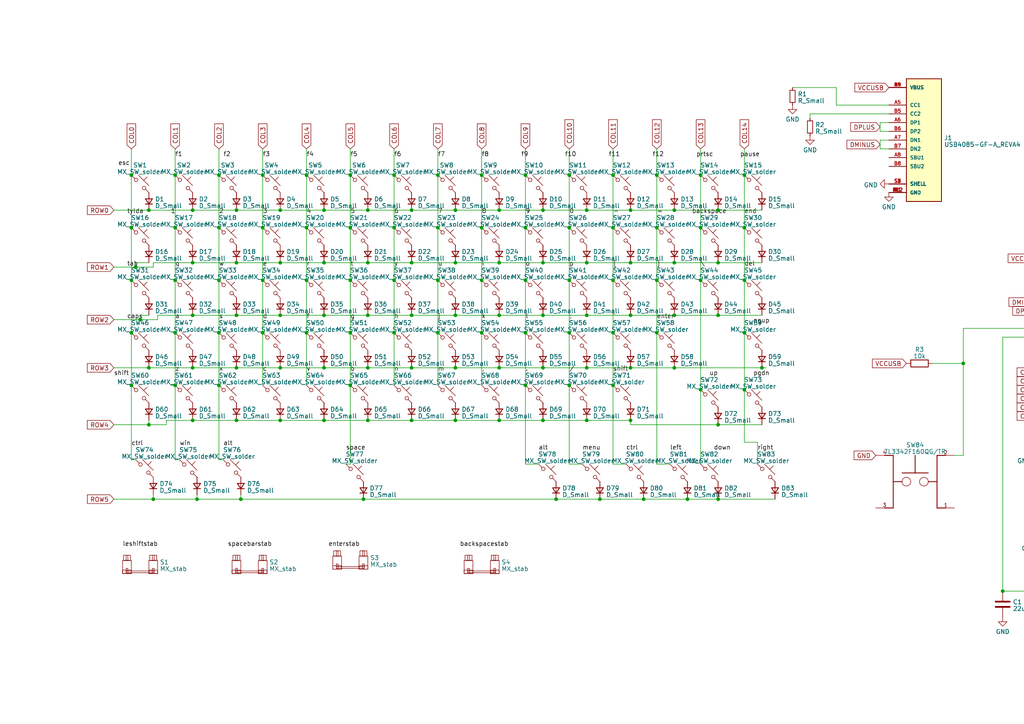
<source format=kicad_sch>
(kicad_sch (version 20230121) (generator eeschema)
  (paper "A4")
  (junction (at 152.4 50.8))
  (junction (at 190.5 66.04))
  (junction (at 132.08 91.44))
  (junction (at 127 66.04))
  (junction (at 290.83 171.45))
  (junction (at 195.58 76.2))
  (junction (at 106.68 60.96))
  (junction (at 63.5 111.76))
  (junction (at 165.1 96.52))
  (junction (at 152.4 66.04))
  (junction (at 68.58 91.44))
  (junction (at 152.4 111.76))
  (junction (at 139.7 50.8))
  (junction (at 76.2 81.28))
  (junction (at 105.41 144.78))
  (junction (at 50.8 96.52))
  (junction (at 157.48 60.96))
  (junction (at 144.78 76.2))
  (junction (at 55.88 121.92))
  (junction (at 55.88 91.44))
  (junction (at 55.88 106.68))
  (junction (at 170.18 60.96))
  (junction (at 93.98 121.92))
  (junction (at 43.18 123.19))
  (junction (at 68.58 76.2))
  (junction (at 127 81.28))
  (junction (at 63.5 66.04))
  (junction (at 182.88 121.92))
  (junction (at 101.6 50.8))
  (junction (at 203.2 81.28))
  (junction (at 182.88 106.68))
  (junction (at 93.98 76.2))
  (junction (at 208.28 91.44))
  (junction (at 40.64 92.71))
  (junction (at 337.82 157.48))
  (junction (at 76.2 66.04))
  (junction (at 93.98 91.44))
  (junction (at 119.38 60.96))
  (junction (at 101.6 111.76))
  (junction (at 101.6 96.52))
  (junction (at 190.5 81.28))
  (junction (at 170.18 106.68))
  (junction (at 88.9 50.8))
  (junction (at 139.7 96.52))
  (junction (at 114.3 50.8))
  (junction (at 38.1 81.28))
  (junction (at 88.9 96.52))
  (junction (at 119.38 76.2))
  (junction (at 55.88 76.2))
  (junction (at 93.98 60.96))
  (junction (at 182.88 76.2))
  (junction (at 139.7 66.04))
  (junction (at 165.1 111.76))
  (junction (at 208.28 60.96))
  (junction (at 220.98 106.68))
  (junction (at 208.28 123.19))
  (junction (at 68.58 106.68))
  (junction (at 157.48 121.92))
  (junction (at 127 96.52))
  (junction (at 195.58 60.96))
  (junction (at 38.1 96.52))
  (junction (at 93.98 106.68))
  (junction (at 43.18 106.68))
  (junction (at 38.1 66.04))
  (junction (at 157.48 106.68))
  (junction (at 114.3 96.52))
  (junction (at 63.5 50.8))
  (junction (at 81.28 121.92))
  (junction (at 203.2 66.04))
  (junction (at 81.28 60.96))
  (junction (at 215.9 113.03))
  (junction (at 106.68 91.44))
  (junction (at 63.5 81.28))
  (junction (at 157.48 76.2))
  (junction (at 81.28 76.2))
  (junction (at 119.38 121.92))
  (junction (at 215.9 66.04))
  (junction (at 132.08 121.92))
  (junction (at 50.8 111.76))
  (junction (at 139.7 81.28))
  (junction (at 106.68 76.2))
  (junction (at 57.15 144.78))
  (junction (at 132.08 106.68))
  (junction (at 190.5 96.52))
  (junction (at 39.37 77.47))
  (junction (at 55.88 60.96))
  (junction (at 170.18 91.44))
  (junction (at 195.58 91.44))
  (junction (at 170.18 76.2))
  (junction (at 114.3 66.04))
  (junction (at 199.39 144.78))
  (junction (at 203.2 50.8))
  (junction (at 182.88 60.96))
  (junction (at 165.1 66.04))
  (junction (at 68.58 121.92))
  (junction (at 165.1 50.8))
  (junction (at 177.8 96.52))
  (junction (at 81.28 91.44))
  (junction (at 132.08 60.96))
  (junction (at 88.9 66.04))
  (junction (at 161.29 144.78))
  (junction (at 50.8 50.8))
  (junction (at 177.8 50.8))
  (junction (at 203.2 113.03))
  (junction (at 144.78 60.96))
  (junction (at 177.8 81.28))
  (junction (at 106.68 106.68))
  (junction (at 63.5 96.52))
  (junction (at 195.58 106.68))
  (junction (at 119.38 106.68))
  (junction (at 152.4 81.28))
  (junction (at 186.69 144.78))
  (junction (at 215.9 50.8))
  (junction (at 50.8 66.04))
  (junction (at 182.88 91.44))
  (junction (at 173.99 144.78))
  (junction (at 170.18 121.92))
  (junction (at 76.2 96.52))
  (junction (at 68.58 60.96))
  (junction (at 101.6 81.28))
  (junction (at 127 50.8))
  (junction (at 215.9 96.52))
  (junction (at 152.4 96.52))
  (junction (at 114.3 81.28))
  (junction (at 106.68 121.92))
  (junction (at 43.18 60.96))
  (junction (at 208.28 144.78))
  (junction (at 38.1 111.76))
  (junction (at 88.9 81.28))
  (junction (at 69.85 144.78))
  (junction (at 76.2 50.8))
  (junction (at 81.28 106.68))
  (junction (at 119.38 91.44))
  (junction (at 208.28 76.2))
  (junction (at 177.8 111.76))
  (junction (at 44.45 144.78))
  (junction (at 144.78 106.68))
  (junction (at 50.8 81.28))
  (junction (at 101.6 66.04))
  (junction (at 279.4 105.41))
  (junction (at 177.8 66.04))
  (junction (at 144.78 121.92))
  (junction (at 144.78 91.44))
  (junction (at 38.1 50.8))
  (junction (at 157.48 91.44))
  (junction (at 165.1 81.28))
  (junction (at 132.08 76.2))
  (junction (at 215.9 81.28))
  (junction (at 190.5 50.8))
  (wire (pts (xy 337.82 157.48) (xy 337.82 158.75)))
  (wire (pts (xy 39.37 77.47) (xy 44.45 77.47)))
  (wire (pts (xy 242.57 25.4) (xy 229.87 25.4)))
  (wire (pts (xy 182.88 91.44) (xy 195.58 91.44)))
  (wire (pts (xy 219.71 134.62) (xy 219.71 128.27)))
  (wire (pts (xy 182.88 123.19) (xy 182.88 121.92)))
  (wire (pts (xy 144.78 91.44) (xy 157.48 91.44)))
  (wire (pts (xy 279.4 105.41) (xy 279.4 132.08)))
  (wire (pts (xy 119.38 91.44) (xy 132.08 91.44)))
  (wire (pts (xy 50.8 96.52) (xy 50.8 111.76)))
  (wire (pts (xy 44.45 144.78) (xy 57.15 144.78)))
  (wire (pts (xy 341.63 157.48) (xy 337.82 157.48)))
  (wire (pts (xy 101.6 50.8) (xy 101.6 66.04)))
  (wire (pts (xy 55.88 91.44) (xy 68.58 91.44)))
  (wire (pts (xy 39.37 77.47) (xy 39.37 76.2)))
  (wire (pts (xy 170.18 76.2) (xy 182.88 76.2)))
  (wire (pts (xy 177.8 134.62) (xy 181.61 134.62)))
  (wire (pts (xy 101.6 43.18) (xy 101.6 50.8)))
  (wire (pts (xy 114.3 66.04) (xy 114.3 81.28)))
  (wire (pts (xy 303.53 171.45) (xy 290.83 171.45)))
  (wire (pts (xy 106.68 121.92) (xy 119.38 121.92)))
  (wire (pts (xy 203.2 43.18) (xy 203.2 50.8)))
  (wire (pts (xy 165.1 81.28) (xy 165.1 96.52)))
  (wire (pts (xy 152.4 134.62) (xy 156.21 134.62)))
  (wire (pts (xy 257.81 35.56) (xy 255.27 35.56)))
  (wire (pts (xy 40.64 91.44) (xy 43.18 91.44)))
  (wire (pts (xy 215.9 66.04) (xy 215.9 81.28)))
  (wire (pts (xy 190.5 96.52) (xy 190.5 134.62)))
  (wire (pts (xy 279.4 95.25) (xy 279.4 105.41)))
  (wire (pts (xy 190.5 134.62) (xy 194.31 134.62)))
  (wire (pts (xy 93.98 60.96) (xy 106.68 60.96)))
  (wire (pts (xy 93.98 76.2) (xy 106.68 76.2)))
  (wire (pts (xy 257.81 33.02) (xy 234.95 33.02)))
  (wire (pts (xy 33.02 123.19) (xy 43.18 123.19)))
  (wire (pts (xy 68.58 106.68) (xy 81.28 106.68)))
  (wire (pts (xy 337.82 158.75) (xy 336.55 158.75)))
  (wire (pts (xy 93.98 106.68) (xy 106.68 106.68)))
  (wire (pts (xy 38.1 111.76) (xy 38.1 133.35)))
  (wire (pts (xy 195.58 60.96) (xy 208.28 60.96)))
  (wire (pts (xy 76.2 66.04) (xy 76.2 81.28)))
  (wire (pts (xy 208.28 123.19) (xy 220.98 123.19)))
  (wire (pts (xy 219.71 128.27) (xy 215.9 128.27)))
  (wire (pts (xy 165.1 96.52) (xy 165.1 111.76)))
  (wire (pts (xy 152.4 50.8) (xy 152.4 66.04)))
  (wire (pts (xy 33.02 106.68) (xy 43.18 106.68)))
  (wire (pts (xy 55.88 60.96) (xy 68.58 60.96)))
  (wire (pts (xy 144.78 76.2) (xy 157.48 76.2)))
  (wire (pts (xy 43.18 106.68) (xy 55.88 106.68)))
  (wire (pts (xy 257.81 30.48) (xy 242.57 30.48)))
  (wire (pts (xy 195.58 91.44) (xy 208.28 91.44)))
  (wire (pts (xy 33.02 77.47) (xy 39.37 77.47)))
  (wire (pts (xy 132.08 106.68) (xy 144.78 106.68)))
  (wire (pts (xy 203.2 113.03) (xy 203.2 134.62)))
  (wire (pts (xy 38.1 96.52) (xy 38.1 111.76)))
  (wire (pts (xy 132.08 60.96) (xy 144.78 60.96)))
  (wire (pts (xy 132.08 91.44) (xy 144.78 91.44)))
  (wire (pts (xy 106.68 60.96) (xy 119.38 60.96)))
  (wire (pts (xy 177.8 50.8) (xy 177.8 66.04)))
  (wire (pts (xy 139.7 66.04) (xy 139.7 81.28)))
  (wire (pts (xy 33.02 92.71) (xy 40.64 92.71)))
  (wire (pts (xy 114.3 96.52) (xy 114.3 111.76)))
  (wire (pts (xy 203.2 66.04) (xy 203.2 81.28)))
  (wire (pts (xy 139.7 43.18) (xy 139.7 50.8)))
  (wire (pts (xy 177.8 96.52) (xy 177.8 111.76)))
  (wire (pts (xy 50.8 111.76) (xy 50.8 133.35)))
  (wire (pts (xy 81.28 76.2) (xy 93.98 76.2)))
  (wire (pts (xy 76.2 96.52) (xy 76.2 111.76)))
  (wire (pts (xy 255.27 40.64) (xy 257.81 40.64)))
  (wire (pts (xy 101.6 111.76) (xy 101.6 134.62)))
  (wire (pts (xy 119.38 106.68) (xy 132.08 106.68)))
  (wire (pts (xy 119.38 60.96) (xy 132.08 60.96)))
  (wire (pts (xy 144.78 106.68) (xy 157.48 106.68)))
  (wire (pts (xy 341.63 160.02) (xy 341.63 157.48)))
  (wire (pts (xy 182.88 106.68) (xy 195.58 106.68)))
  (wire (pts (xy 215.9 128.27) (xy 215.9 113.03)))
  (wire (pts (xy 152.4 66.04) (xy 152.4 81.28)))
  (wire (pts (xy 50.8 50.8) (xy 50.8 66.04)))
  (wire (pts (xy 81.28 121.92) (xy 93.98 121.92)))
  (wire (pts (xy 242.57 30.48) (xy 242.57 25.4)))
  (wire (pts (xy 257.81 43.18) (xy 255.27 43.18)))
  (wire (pts (xy 39.37 76.2) (xy 43.18 76.2)))
  (wire (pts (xy 44.45 144.78) (xy 44.45 143.51)))
  (wire (pts (xy 101.6 66.04) (xy 101.6 81.28)))
  (wire (pts (xy 190.5 43.18) (xy 190.5 50.8)))
  (wire (pts (xy 105.41 144.78) (xy 161.29 144.78)))
  (wire (pts (xy 139.7 50.8) (xy 139.7 66.04)))
  (wire (pts (xy 152.4 81.28) (xy 152.4 96.52)))
  (wire (pts (xy 76.2 81.28) (xy 76.2 96.52)))
  (wire (pts (xy 157.48 60.96) (xy 170.18 60.96)))
  (wire (pts (xy 33.02 144.78) (xy 44.45 144.78)))
  (wire (pts (xy 88.9 43.18) (xy 88.9 50.8)))
  (wire (pts (xy 302.26 95.25) (xy 279.4 95.25)))
  (wire (pts (xy 88.9 81.28) (xy 88.9 96.52)))
  (wire (pts (xy 63.5 50.8) (xy 63.5 66.04)))
  (wire (pts (xy 195.58 106.68) (xy 220.98 106.68)))
  (wire (pts (xy 177.8 66.04) (xy 177.8 81.28)))
  (wire (pts (xy 177.8 43.18) (xy 177.8 50.8)))
  (wire (pts (xy 276.86 132.08) (xy 279.4 132.08)))
  (wire (pts (xy 38.1 50.8) (xy 38.1 66.04)))
  (wire (pts (xy 76.2 43.18) (xy 76.2 50.8)))
  (wire (pts (xy 101.6 96.52) (xy 101.6 111.76)))
  (wire (pts (xy 127 81.28) (xy 127 96.52)))
  (wire (pts (xy 33.02 60.96) (xy 43.18 60.96)))
  (wire (pts (xy 88.9 66.04) (xy 88.9 81.28)))
  (wire (pts (xy 165.1 111.76) (xy 165.1 134.62)))
  (wire (pts (xy 76.2 50.8) (xy 76.2 66.04)))
  (wire (pts (xy 38.1 133.35) (xy 39.37 133.35)))
  (wire (pts (xy 106.68 91.44) (xy 119.38 91.44)))
  (wire (pts (xy 119.38 76.2) (xy 132.08 76.2)))
  (wire (pts (xy 127 66.04) (xy 127 81.28)))
  (wire (pts (xy 170.18 60.96) (xy 182.88 60.96)))
  (wire (pts (xy 190.5 66.04) (xy 190.5 81.28)))
  (wire (pts (xy 157.48 76.2) (xy 170.18 76.2)))
  (wire (pts (xy 105.41 144.78) (xy 69.85 144.78)))
  (wire (pts (xy 127 43.18) (xy 127 50.8)))
  (wire (pts (xy 68.58 76.2) (xy 81.28 76.2)))
  (wire (pts (xy 337.82 125.73) (xy 347.98 125.73)))
  (wire (pts (xy 177.8 111.76) (xy 177.8 134.62)))
  (wire (pts (xy 170.18 91.44) (xy 182.88 91.44)))
  (wire (pts (xy 215.9 96.52) (xy 215.9 113.03)))
  (wire (pts (xy 114.3 50.8) (xy 114.3 66.04)))
  (wire (pts (xy 215.9 43.18) (xy 215.9 50.8)))
  (wire (pts (xy 255.27 35.56) (xy 255.27 38.1)))
  (wire (pts (xy 157.48 91.44) (xy 170.18 91.44)))
  (wire (pts (xy 106.68 106.68) (xy 119.38 106.68)))
  (wire (pts (xy 182.88 60.96) (xy 195.58 60.96)))
  (wire (pts (xy 50.8 43.18) (xy 50.8 50.8)))
  (wire (pts (xy 81.28 91.44) (xy 93.98 91.44)))
  (wire (pts (xy 161.29 144.78) (xy 173.99 144.78)))
  (wire (pts (xy 55.88 76.2) (xy 68.58 76.2)))
  (wire (pts (xy 157.48 106.68) (xy 170.18 106.68)))
  (wire (pts (xy 38.1 66.04) (xy 38.1 81.28)))
  (wire (pts (xy 57.15 144.78) (xy 57.15 143.51)))
  (wire (pts (xy 63.5 96.52) (xy 63.5 111.76)))
  (wire (pts (xy 182.88 76.2) (xy 195.58 76.2)))
  (wire (pts (xy 57.15 144.78) (xy 69.85 144.78)))
  (wire (pts (xy 40.64 92.71) (xy 45.72 92.71)))
  (wire (pts (xy 208.28 123.19) (xy 182.88 123.19)))
  (wire (pts (xy 48.26 121.92) (xy 55.88 121.92)))
  (wire (pts (xy 40.64 92.71) (xy 40.64 91.44)))
  (wire (pts (xy 165.1 134.62) (xy 168.91 134.62)))
  (wire (pts (xy 170.18 121.92) (xy 182.88 121.92)))
  (wire (pts (xy 101.6 134.62) (xy 100.33 134.62)))
  (wire (pts (xy 255.27 38.1) (xy 257.81 38.1)))
  (wire (pts (xy 220.98 106.68) (xy 222.25 106.68)))
  (wire (pts (xy 190.5 81.28) (xy 190.5 96.52)))
  (wire (pts (xy 234.95 33.02) (xy 234.95 34.29)))
  (wire (pts (xy 215.9 81.28) (xy 215.9 96.52)))
  (wire (pts (xy 63.5 81.28) (xy 63.5 96.52)))
  (wire (pts (xy 195.58 76.2) (xy 208.28 76.2)))
  (wire (pts (xy 81.28 106.68) (xy 93.98 106.68)))
  (wire (pts (xy 186.69 144.78) (xy 199.39 144.78)))
  (wire (pts (xy 144.78 60.96) (xy 157.48 60.96)))
  (wire (pts (xy 68.58 121.92) (xy 81.28 121.92)))
  (wire (pts (xy 132.08 121.92) (xy 144.78 121.92)))
  (wire (pts (xy 132.08 76.2) (xy 144.78 76.2)))
  (wire (pts (xy 63.5 66.04) (xy 63.5 81.28)))
  (wire (pts (xy 48.26 123.19) (xy 48.26 121.92)))
  (wire (pts (xy 68.58 91.44) (xy 81.28 91.44)))
  (wire (pts (xy 106.68 76.2) (xy 119.38 76.2)))
  (wire (pts (xy 152.4 43.18) (xy 152.4 50.8)))
  (wire (pts (xy 290.83 97.79) (xy 302.26 97.79)))
  (wire (pts (xy 215.9 50.8) (xy 215.9 66.04)))
  (wire (pts (xy 139.7 81.28) (xy 139.7 96.52)))
  (wire (pts (xy 63.5 133.35) (xy 64.77 133.35)))
  (wire (pts (xy 119.38 121.92) (xy 132.08 121.92)))
  (wire (pts (xy 93.98 121.92) (xy 106.68 121.92)))
  (wire (pts (xy 208.28 76.2) (xy 220.98 76.2)))
  (wire (pts (xy 127 50.8) (xy 127 66.04)))
  (wire (pts (xy 101.6 81.28) (xy 101.6 96.52)))
  (wire (pts (xy 165.1 66.04) (xy 165.1 81.28)))
  (wire (pts (xy 177.8 81.28) (xy 177.8 96.52)))
  (wire (pts (xy 43.18 60.96) (xy 55.88 60.96)))
  (wire (pts (xy 69.85 144.78) (xy 69.85 143.51)))
  (wire (pts (xy 81.28 60.96) (xy 93.98 60.96)))
  (wire (pts (xy 50.8 133.35) (xy 52.07 133.35)))
  (wire (pts (xy 44.45 76.2) (xy 55.88 76.2)))
  (wire (pts (xy 157.48 121.92) (xy 170.18 121.92)))
  (wire (pts (xy 43.18 123.19) (xy 48.26 123.19)))
  (wire (pts (xy 208.28 91.44) (xy 220.98 91.44)))
  (wire (pts (xy 255.27 43.18) (xy 255.27 40.64)))
  (wire (pts (xy 152.4 96.52) (xy 152.4 111.76)))
  (wire (pts (xy 49.53 111.76) (xy 50.8 111.76)))
  (wire (pts (xy 88.9 96.52) (xy 88.9 111.76)))
  (wire (pts (xy 45.72 91.44) (xy 55.88 91.44)))
  (wire (pts (xy 68.58 60.96) (xy 81.28 60.96)))
  (wire (pts (xy 63.5 111.76) (xy 63.5 133.35)))
  (wire (pts (xy 203.2 81.28) (xy 203.2 113.03)))
  (wire (pts (xy 152.4 111.76) (xy 152.4 134.62)))
  (wire (pts (xy 43.18 123.19) (xy 43.18 121.92)))
  (wire (pts (xy 199.39 144.78) (xy 208.28 144.78)))
  (wire (pts (xy 93.98 91.44) (xy 106.68 91.44)))
  (wire (pts (xy 44.45 77.47) (xy 44.45 76.2)))
  (wire (pts (xy 55.88 121.92) (xy 68.58 121.92)))
  (wire (pts (xy 38.1 81.28) (xy 38.1 96.52)))
  (wire (pts (xy 165.1 43.18) (xy 165.1 50.8)))
  (wire (pts (xy 45.72 92.71) (xy 45.72 91.44)))
  (wire (pts (xy 38.1 43.18) (xy 38.1 50.8)))
  (wire (pts (xy 63.5 43.18) (xy 63.5 50.8)))
  (wire (pts (xy 144.78 121.92) (xy 157.48 121.92)))
  (wire (pts (xy 173.99 144.78) (xy 186.69 144.78)))
  (wire (pts (xy 50.8 81.28) (xy 50.8 96.52)))
  (wire (pts (xy 88.9 50.8) (xy 88.9 66.04)))
  (wire (pts (xy 208.28 144.78) (xy 224.79 144.78)))
  (wire (pts (xy 165.1 50.8) (xy 165.1 66.04)))
  (wire (pts (xy 114.3 43.18) (xy 114.3 50.8)))
  (wire (pts (xy 270.51 105.41) (xy 279.4 105.41)))
  (wire (pts (xy 127 96.52) (xy 127 111.76)))
  (wire (pts (xy 114.3 81.28) (xy 114.3 96.52)))
  (wire (pts (xy 139.7 96.52) (xy 139.7 111.76)))
  (wire (pts (xy 208.28 60.96) (xy 220.98 60.96)))
  (wire (pts (xy 55.88 106.68) (xy 68.58 106.68)))
  (wire (pts (xy 50.8 66.04) (xy 50.8 81.28)))
  (wire (pts (xy 170.18 106.68) (xy 182.88 106.68)))
  (wire (pts (xy 190.5 50.8) (xy 190.5 66.04)))
  (wire (pts (xy 290.83 171.45) (xy 290.83 97.79)))
  (wire (pts (xy 337.82 133.35) (xy 337.82 157.48)))
  (wire (pts (xy 203.2 50.8) (xy 203.2 66.04)))
  (label "2" (at 63.5 62.23 0))
  (label "j" (at 127 92.71 0))
  (label "end" (at 215.9 62.23 0))
  (label "w" (at 63.5 77.47 0))
  (label "right" (at 219.71 130.81 0))
  (label "f8" (at 139.7 45.72 0))
  (label "f3" (at 76.2 45.72 0))
  (label "\\" (at 203.2 77.47 0))
  (label "c" (at 76.2 107.95 0))
  (label "3" (at 76.2 62.23 0))
  (label "esc" (at 34.29 48.26 0))
  (label "down" (at 207.01 130.81 0))
  (label "f10" (at 163.83 45.72 0))
  (label "up" (at 205.74 109.22 0))
  (label "5" (at 101.6 62.23 0))
  (label "p" (at 165.1 77.47 0))
  (label "m" (at 127 107.95 0))
  (label "{slash}" (at 165.1 107.95 0))
  (label "backspace" (at 200.66 62.23 0))
  (label "e" (at 76.2 77.47 0))
  (label "q" (at 50.8 77.47 0))
  (label "h" (at 114.3 92.71 0))
  (label "alt" (at 64.77 129.54 0))
  (label "d" (at 76.2 92.71 0))
  (label "f12" (at 189.23 45.72 0))
  (label "tylda" (at 36.83 62.23 0))
  (label "9" (at 152.4 62.23 0))
  (label "f1" (at 50.8 45.72 0))
  (label "," (at 139.7 107.95 0))
  (label "f" (at 88.9 92.71 0))
  (label "4" (at 88.9 62.23 0))
  (label "n" (at 114.3 107.95 0))
  (label "f6" (at 114.3 45.72 0))
  (label "shift" (at 33.02 109.22 0))
  (label "del" (at 215.9 77.47 0))
  (label "prtsc" (at 201.93 45.72 0))
  (label "0" (at 165.1 62.23 0))
  (label "spacebarstab" (at 66.04 158.75 0))
  (label "ctrl" (at 181.61 130.81 0))
  (label "backspacestab" (at 133.35 158.75 0))
  (label "f2" (at 64.77 45.72 0))
  (label "space" (at 100.33 130.81 0))
  (label "a" (at 50.8 92.71 0))
  (label "tab" (at 36.83 77.47 0))
  (label "b" (at 101.6 107.95 0))
  (label "f9" (at 151.13 45.72 0))
  (label "." (at 152.4 107.95 0))
  (label "o" (at 152.4 77.47 0))
  (label "pgdn" (at 218.44 109.22 0))
  (label "i" (at 139.7 77.47 0))
  (label "=" (at 190.5 62.23 0))
  (label "g" (at 101.6 92.71 0))
  (label "-" (at 177.8 62.23 0))
  (label "z" (at 50.8 107.95 0))
  (label "6" (at 114.3 62.23 0))
  (label "]" (at 190.5 77.47 0))
  (label "shift" (at 177.8 107.95 0))
  (label "f7" (at 127 45.72 0))
  (label "enter" (at 190.5 92.71 0))
  (label "r" (at 88.9 77.47 0))
  (label "f11" (at 176.53 45.72 0))
  (label "pause" (at 214.63 45.72 0))
  (label "win " (at 52.07 129.54 0))
  (label "menu" (at 168.91 130.81 0))
  (label "1" (at 49.53 62.23 0))
  (label "x" (at 63.5 107.95 0))
  (label "k" (at 139.7 92.71 0))
  (label "enterstab" (at 95.25 158.75 0))
  (label "s" (at 63.5 92.71 0))
  (label "7" (at 127 62.23 0))
  (label "alt" (at 156.21 130.81 0))
  (label "ctrl" (at 38.1 129.54 0))
  (label "caps" (at 36.83 92.71 0))
  (label "y" (at 114.3 77.47 0))
  (label "[" (at 177.8 77.47 0))
  (label "u" (at 127 77.47 0))
  (label "'" (at 177.8 92.71 0))
  (label "f4" (at 88.9 45.72 0))
  (label "v" (at 88.9 107.95 0))
  (label ";" (at 165.1 92.71 0))
  (label "l" (at 152.4 92.71 0))
  (label "leshiftstab" (at 35.56 158.75 0))
  (label "pgup" (at 218.44 93.98 0))
  (label "f5" (at 101.6 45.72 0))
  (label "t" (at 101.6 77.47 0))
  (label "8" (at 139.7 62.23 0))
  (label "left" (at 194.31 130.81 0))
  (global_label "COL1" (shape input) (at 50.8 43.18 90) (property "Intersheetrefs" "${INTERSHEET_REFS}" (effects hide)))
  (global_label "GND" (shape input) (at 355.6 125.73 0) (property "Intersheetrefs" "${INTERSHEET_REFS}" (effects hide)))
  (global_label "COL14" (shape input) (at 337.82 113.03 0) (property "Intersheetrefs" "${INTERSHEET_REFS}" (effects hide)))
  (global_label "DMINUS" (shape input) (at 255.27 41.91 180) (property "Intersheetrefs" "${INTERSHEET_REFS}" (effects hide)))
  (global_label "COL1" (shape input) (at 302.26 118.11 180) (property "Intersheetrefs" "${INTERSHEET_REFS}" (effects hide)))
  (global_label "ROW4" (shape input) (at 33.02 123.19 180) (property "Intersheetrefs" "${INTERSHEET_REFS}" (effects hide)))
  (global_label "COL4" (shape input) (at 88.9 43.18 90) (property "Intersheetrefs" "${INTERSHEET_REFS}" (effects hide)))
  (global_label "COL2" (shape input) (at 302.26 115.57 180) (property "Intersheetrefs" "${INTERSHEET_REFS}" (effects hide)))
  (global_label "COL11" (shape input) (at 177.8 43.18 90) (property "Intersheetrefs" "${INTERSHEET_REFS}" (effects hide)))
  (global_label "COL13" (shape input) (at 203.2 43.18 90) (property "Intersheetrefs" "${INTERSHEET_REFS}" (effects hide)))
  (global_label "COL9" (shape input) (at 337.82 120.65 0) (property "Intersheetrefs" "${INTERSHEET_REFS}" (effects hide)))
  (global_label "COL12" (shape input) (at 190.5 43.18 90) (property "Intersheetrefs" "${INTERSHEET_REFS}" (effects hide)))
  (global_label "COL13" (shape input) (at 337.82 118.11 0) (property "Intersheetrefs" "${INTERSHEET_REFS}" (effects hide)))
  (global_label "COL8" (shape input) (at 337.82 107.95 0) (property "Intersheetrefs" "${INTERSHEET_REFS}" (effects hide)))
  (global_label "ROW0" (shape input) (at 337.82 115.57 0) (property "Intersheetrefs" "${INTERSHEET_REFS}" (effects hide)))
  (global_label "ROW5" (shape input) (at 33.02 144.78 180) (property "Intersheetrefs" "${INTERSHEET_REFS}" (effects hide)))
  (global_label "ROW3" (shape input) (at 337.82 102.87 0) (property "Intersheetrefs" "${INTERSHEET_REFS}" (effects hide)))
  (global_label "COL6" (shape input) (at 114.3 43.18 90) (property "Intersheetrefs" "${INTERSHEET_REFS}" (effects hide)))
  (global_label "COL10" (shape input) (at 165.1 43.18 90) (property "Intersheetrefs" "${INTERSHEET_REFS}" (effects hide)))
  (global_label "COL7" (shape input) (at 337.82 105.41 0) (property "Intersheetrefs" "${INTERSHEET_REFS}" (effects hide)))
  (global_label "ROW3" (shape input) (at 33.02 106.68 180) (property "Intersheetrefs" "${INTERSHEET_REFS}" (effects hide)))
  (global_label "COL4" (shape input) (at 302.26 110.49 180) (property "Intersheetrefs" "${INTERSHEET_REFS}" (effects hide)))
  (global_label "ROW4" (shape input) (at 337.82 110.49 0) (property "Intersheetrefs" "${INTERSHEET_REFS}" (effects hide)))
  (global_label "ROW2" (shape input) (at 337.82 80.01 0) (property "Intersheetrefs" "${INTERSHEET_REFS}" (effects hide)))
  (global_label "COL14" (shape input) (at 215.9 43.18 90) (property "Intersheetrefs" "${INTERSHEET_REFS}" (effects hide)))
  (global_label "COL0" (shape input) (at 302.26 120.65 180) (property "Intersheetrefs" "${INTERSHEET_REFS}" (effects hide)))
  (global_label "COL10" (shape input) (at 337.82 85.09 0) (property "Intersheetrefs" "${INTERSHEET_REFS}" (effects hide)))
  (global_label "COL8" (shape input) (at 139.7 43.18 90) (property "Intersheetrefs" "${INTERSHEET_REFS}" (effects hide)))
  (global_label "COL3" (shape input) (at 302.26 113.03 180) (property "Intersheetrefs" "${INTERSHEET_REFS}" (effects hide)))
  (global_label "ROW1" (shape input) (at 33.02 77.47 180) (property "Intersheetrefs" "${INTERSHEET_REFS}" (effects hide)))
  (global_label "GND" (shape input) (at 254 132.08 180) (property "Intersheetrefs" "${INTERSHEET_REFS}" (effects hide)))
  (global_label "COL6" (shape input) (at 337.82 74.93 0) (property "Intersheetrefs" "${INTERSHEET_REFS}" (effects hide)))
  (global_label "COL5" (shape input) (at 101.6 43.18 90) (property "Intersheetrefs" "${INTERSHEET_REFS}" (effects hide)))
  (global_label "COL9" (shape input) (at 152.4 43.18 90) (property "Intersheetrefs" "${INTERSHEET_REFS}" (effects hide)))
  (global_label "ROW2" (shape input) (at 33.02 92.71 180) (property "Intersheetrefs" "${INTERSHEET_REFS}" (effects hide)))
  (global_label "VCCUSB" (shape input) (at 262.89 105.41 180) (property "Intersheetrefs" "${INTERSHEET_REFS}" (effects hide)))
  (global_label "COL12" (shape input) (at 337.82 95.25 0) (property "Intersheetrefs" "${INTERSHEET_REFS}" (effects hide)))
  (global_label "COL2" (shape input) (at 63.5 43.18 90) (property "Intersheetrefs" "${INTERSHEET_REFS}" (effects hide)))
  (global_label "ROW5" (shape input) (at 337.82 97.79 0) (property "Intersheetrefs" "${INTERSHEET_REFS}" (effects hide)))
  (global_label "ROW1" (shape input) (at 337.82 77.47 0) (property "Intersheetrefs" "${INTERSHEET_REFS}" (effects hide)))
  (global_label "COL7" (shape input) (at 127 43.18 90) (property "Intersheetrefs" "${INTERSHEET_REFS}" (effects hide)))
  (global_label "COL11" (shape input) (at 337.82 82.55 0) (property "Intersheetrefs" "${INTERSHEET_REFS}" (effects hide)))
  (global_label "DPLUS" (shape input) (at 255.27 36.83 180) (property "Intersheetrefs" "${INTERSHEET_REFS}" (effects hide)))
  (global_label "COL3" (shape input) (at 76.2 43.18 90) (property "Intersheetrefs" "${INTERSHEET_REFS}" (effects hide)))
  (global_label "ROW0" (shape input) (at 33.02 60.96 180) (property "Intersheetrefs" "${INTERSHEET_REFS}" (effects hide)))
  (global_label "VCCUSB" (shape input) (at 302.26 74.93 180) (property "Intersheetrefs" "${INTERSHEET_REFS}" (effects hide)))
  (global_label "COL5" (shape input) (at 302.26 107.95 180) (property "Intersheetrefs" "${INTERSHEET_REFS}" (effects hide)))
  (global_label "DPLUS" (shape input) (at 302.26 90.17 180) (property "Intersheetrefs" "${INTERSHEET_REFS}" (effects hide)))
  (global_label "VCCUSB" (shape input) (at 257.81 25.4 180) (property "Intersheetrefs" "${INTERSHEET_REFS}" (effects hide)))
  (global_label "COL0" (shape input) (at 38.1 43.18 90) (property "Intersheetrefs" "${INTERSHEET_REFS}" (effects hide)))
  (global_label "DMINUS" (shape input) (at 302.26 87.63 180) (property "Intersheetrefs" "${INTERSHEET_REFS}" (effects hide)))
  (symbol (lib_id "marbastlib-mx:MX_SW_solder") (at 167.64 83.82 0) (unit 1)
    (property "Reference" "SW41" (at 167.64 78.3971 0))
    (property "Value" "MX_SW_solder" (at 167.64 80.3181 0))
    (property "Footprint" "marbastlib-mx:SW_MX_1u" (effects hide))
  )
  (symbol (lib_id "marbastlib-mx:MX_SW_solder") (at 180.34 83.82 0) (unit 1)
    (property "Reference" "SW42" (at 180.34 78.3971 0))
    (property "Value" "MX_SW_solder" (at 180.34 80.3181 0))
    (property "Footprint" "marbastlib-mx:SW_MX_1u" (effects hide))
  )
  (symbol (lib_id "power:GND") (at 290.83 179.07 0) (unit 1)
    (property "Reference" "#PWR07" (effects hide))
    (property "Value" "GND" (at 290.83 183.2055 0))
  )
  (symbol (lib_id "marbastlib-mx:MX_SW_solder") (at 104.14 83.82 0) (unit 1)
    (property "Reference" "SW36" (at 104.14 78.3971 0))
    (property "Value" "MX_SW_solder" (at 104.14 80.3181 0))
    (property "Footprint" "marbastlib-mx:SW_MX_1u" (effects hide))
  )
  (symbol (lib_id "marbastlib-mx:MX_SW_solder") (at 218.44 53.34 0) (unit 1)
    (property "Reference" "SW15" (at 218.44 47.9171 0))
    (property "Value" "MX_SW_solder" (at 218.44 49.8381 0))
    (property "Footprint" "marbastlib-mx:SW_MX_1u" (effects hide))
  )
  (symbol (lib_id "marbastlib-mx:MX_SW_solder") (at 91.44 53.34 0) (unit 1)
    (property "Reference" "SW5" (at 91.44 47.9171 0))
    (property "Value" "MX_SW_solder" (at 91.44 49.8381 0))
    (property "Footprint" "marbastlib-mx:SW_MX_1u" (effects hide))
  )
  (symbol (lib_id "marbastlib-mx:MX_SW_solder") (at 116.84 114.3 0) (unit 1)
    (property "Reference" "SW66" (at 116.84 108.8771 0))
    (property "Value" "MX_SW_solder" (at 116.84 110.7981 0))
    (property "Footprint" "marbastlib-mx:SW_MX_1u" (effects hide))
  )
  (symbol (lib_id "marbastlib-mx:MX_SW_solder") (at 205.74 83.82 0) (unit 1)
    (property "Reference" "SW44" (at 205.74 78.3971 0))
    (property "Value" "MX_SW_solder" (at 205.74 80.3181 0))
    (property "Footprint" "marbastlib-mx:SW_MX_1.5u" (effects hide))
  )
  (symbol (lib_id "marbastlib-mx:MX_SW_solder") (at 154.94 114.3 0) (unit 1)
    (property "Reference" "SW69" (at 154.94 108.8771 0))
    (property "Value" "MX_SW_solder" (at 154.94 110.7981 0))
    (property "Footprint" "marbastlib-mx:SW_MX_1u" (effects hide))
  )
  (symbol (lib_id "marbastlib-mx:MX_SW_solder") (at 222.25 137.16 0) (unit 1)
    (property "Reference" "SW83" (at 222.25 131.7371 0))
    (property "Value" "MX_SW_solder" (at 222.25 133.6581 0))
    (property "Footprint" "marbastlib-mx:SW_MX_1u" (effects hide))
  )
  (symbol (lib_id "Device:D_Small") (at 68.58 58.42 90) (unit 1)
    (property "Reference" "D3" (at 70.358 57.7763 90) (effects (justify right)))
    (property "Value" "D_Small" (at 70.358 59.6973 90) (effects (justify right)))
    (property "Footprint" "Diode_SMD:D_SOD-323" (effects hide))
    (property "Sim.Device" "D" (effects hide))
    (property "Sim.Pins" "1=K 2=A" (effects hide))
  )
  (symbol (lib_id "marbastlib-mx:MX_SW_solder") (at 104.14 114.3 0) (unit 1)
    (property "Reference" "SW65" (at 104.14 108.8771 0))
    (property "Value" "MX_SW_solder" (at 104.14 110.7981 0))
    (property "Footprint" "marbastlib-mx:SW_MX_1u" (effects hide))
  )
  (symbol (lib_id "marbastlib-mx:MX_SW_solder") (at 184.15 137.16 0) (unit 1)
    (property "Reference" "SW80" (at 184.15 131.7371 0))
    (property "Value" "MX_SW_solder" (at 184.15 133.6581 0))
    (property "Footprint" "marbastlib-mx:SW_MX_1u" (effects hide))
  )
  (symbol (lib_id "marbastlib-mx:MX_SW_solder") (at 193.04 99.06 0) (unit 1)
    (property "Reference" "SW58" (at 193.04 93.6371 0))
    (property "Value" "MX_SW_solder" (at 193.04 95.5581 0))
    (property "Footprint" "marbastlib-mx:SW_MX_1u" (effects hide))
  )
  (symbol (lib_id "Device:D_Small") (at 68.58 73.66 90) (unit 1)
    (property "Reference" "D18" (at 70.358 73.0163 90) (effects (justify right)))
    (property "Value" "D_Small" (at 70.358 74.9373 90) (effects (justify right)))
    (property "Footprint" "Diode_SMD:D_SOD-323" (effects hide))
    (property "Sim.Device" "D" (effects hide))
    (property "Sim.Pins" "1=K 2=A" (effects hide))
  )
  (symbol (lib_id "Device:D_Small") (at 195.58 104.14 90) (unit 1)
    (property "Reference" "D58" (at 197.358 103.4963 90) (effects (justify right)))
    (property "Value" "D_Small" (at 197.358 105.4173 90) (effects (justify right)))
    (property "Footprint" "Diode_SMD:D_SOD-323" (effects hide))
    (property "Sim.Device" "D" (effects hide))
    (property "Sim.Pins" "1=K 2=A" (effects hide))
  )
  (symbol (lib_id "Device:D_Small") (at 186.69 142.24 90) (unit 1)
    (property "Reference" "D80" (at 188.468 141.5963 90) (effects (justify right)))
    (property "Value" "D_Small" (at 188.468 143.5173 90) (effects (justify right)))
    (property "Footprint" "Diode_SMD:D_SOD-323" (effects hide))
    (property "Sim.Device" "D" (effects hide))
    (property "Sim.Pins" "1=K 2=A" (effects hide))
  )
  (symbol (lib_id "marbastlib-mx:MX_stab") (at 72.39 163.83 0) (unit 1)
    (property "Reference" "S2" (at 78.105 163.0593 0) (effects (justify left)))
    (property "Value" "MX_stab" (at 78.105 164.9803 0) (effects (justify left)))
    (property "Footprint" "marbastlib-mx:STAB_MX_P_6.25u" (effects hide))
  )
  (symbol (lib_id "marbastlib-mx:MX_SW_solder") (at 104.14 53.34 0) (unit 1)
    (property "Reference" "SW6" (at 104.14 47.9171 0))
    (property "Value" "MX_SW_solder" (at 104.14 49.8381 0))
    (property "Footprint" "marbastlib-mx:SW_MX_1u" (effects hide))
  )
  (symbol (lib_id "marbastlib-mx:MX_SW_solder") (at 78.74 114.3 0) (unit 1)
    (property "Reference" "SW63" (at 78.74 108.8771 0))
    (property "Value" "MX_SW_solder" (at 78.74 110.7981 0))
    (property "Footprint" "marbastlib-mx:SW_MX_1u" (effects hide))
  )
  (symbol (lib_id "Device:D_Small") (at 220.98 104.14 90) (unit 1)
    (property "Reference" "D59" (at 222.758 103.4963 90) (effects (justify right)))
    (property "Value" "D_Small" (at 222.758 105.4173 90) (effects (justify right)))
    (property "Footprint" "Diode_SMD:D_SOD-323" (effects hide))
    (property "Sim.Device" "D" (effects hide))
    (property "Sim.Pins" "1=K 2=A" (effects hide))
  )
  (symbol (lib_id "marbastlib-mx:MX_SW_solder") (at 53.34 99.06 0) (unit 1)
    (property "Reference" "SW47" (at 53.34 93.6371 0))
    (property "Value" "MX_SW_solder" (at 53.34 95.5581 0))
    (property "Footprint" "marbastlib-mx:SW_MX_1u" (effects hide))
  )
  (symbol (lib_id "marbastlib-mx:MX_SW_solder") (at 53.34 53.34 0) (unit 1)
    (property "Reference" "SW2" (at 53.34 47.9171 0))
    (property "Value" "MX_SW_solder" (at 53.34 49.8381 0))
    (property "Footprint" "marbastlib-mx:SW_MX_1u" (effects hide))
  )
  (symbol (lib_id "Device:D_Small") (at 43.18 58.42 90) (unit 1)
    (property "Reference" "D1" (at 44.958 57.7763 90) (effects (justify right)))
    (property "Value" "D_Small" (at 44.958 59.6973 90) (effects (justify right)))
    (property "Footprint" "Diode_SMD:D_SOD-323" (effects hide))
    (property "Sim.Device" "D" (effects hide))
    (property "Sim.Pins" "1=K 2=A" (effects hide))
  )
  (symbol (lib_id "Device:D_Small") (at 93.98 58.42 90) (unit 1)
    (property "Reference" "D5" (at 95.758 57.7763 90) (effects (justify right)))
    (property "Value" "D_Small" (at 95.758 59.6973 90) (effects (justify right)))
    (property "Footprint" "Diode_SMD:D_SOD-323" (effects hide))
    (property "Sim.Device" "D" (effects hide))
    (property "Sim.Pins" "1=K 2=A" (effects hide))
  )
  (symbol (lib_id "Device:D_Small") (at 81.28 73.66 90) (unit 1)
    (property "Reference" "D19" (at 83.058 73.0163 90) (effects (justify right)))
    (property "Value" "D_Small" (at 83.058 74.9373 90) (effects (justify right)))
    (property "Footprint" "Diode_SMD:D_SOD-323" (effects hide))
    (property "Sim.Device" "D" (effects hide))
    (property "Sim.Pins" "1=K 2=A" (effects hide))
  )
  (symbol (lib_id "Device:D_Small") (at 157.48 88.9 90) (unit 1)
    (property "Reference" "D40" (at 159.258 88.2563 90) (effects (justify right)))
    (property "Value" "D_Small" (at 159.258 90.1773 90) (effects (justify right)))
    (property "Footprint" "Diode_SMD:D_SOD-323" (effects hide))
    (property "Sim.Device" "D" (effects hide))
    (property "Sim.Pins" "1=K 2=A" (effects hide))
  )
  (symbol (lib_id "marbastlib-mx:MX_SW_solder") (at 154.94 83.82 0) (unit 1)
    (property "Reference" "SW40" (at 154.94 78.3971 0))
    (property "Value" "MX_SW_solder" (at 154.94 80.3181 0))
    (property "Footprint" "marbastlib-mx:SW_MX_1u" (effects hide))
  )
  (symbol (lib_id "Device:D_Small") (at 144.78 58.42 90) (unit 1)
    (property "Reference" "D9" (at 146.558 57.7763 90) (effects (justify right)))
    (property "Value" "D_Small" (at 146.558 59.6973 90) (effects (justify right)))
    (property "Footprint" "Diode_SMD:D_SOD-323" (effects hide))
    (property "Sim.Device" "D" (effects hide))
    (property "Sim.Pins" "1=K 2=A" (effects hide))
  )
  (symbol (lib_id "Device:D_Small") (at 106.68 58.42 90) (unit 1)
    (property "Reference" "D6" (at 108.458 57.7763 90) (effects (justify right)))
    (property "Value" "D_Small" (at 108.458 59.6973 90) (effects (justify right)))
    (property "Footprint" "Diode_SMD:D_SOD-323" (effects hide))
    (property "Sim.Device" "D" (effects hide))
    (property "Sim.Pins" "1=K 2=A" (effects hide))
  )
  (symbol (lib_id "marbastlib-mx:MX_SW_solder") (at 154.94 68.58 0) (unit 1)
    (property "Reference" "SW25" (at 154.94 63.1571 0))
    (property "Value" "MX_SW_solder" (at 154.94 65.0781 0))
    (property "Footprint" "marbastlib-mx:SW_MX_1u" (effects hide))
  )
  (symbol (lib_id "marbastlib-mx:MX_SW_solder") (at 171.45 137.16 0) (unit 1)
    (property "Reference" "SW79" (at 171.45 131.7371 0))
    (property "Value" "MX_SW_solder" (at 171.45 133.6581 0))
    (property "Footprint" "marbastlib-mx:SW_MX_1u" (effects hide))
  )
  (symbol (lib_id "marbastlib-mx:MX_SW_solder") (at 116.84 68.58 0) (unit 1)
    (property "Reference" "SW22" (at 116.84 63.1571 0))
    (property "Value" "MX_SW_solder" (at 116.84 65.0781 0))
    (property "Footprint" "marbastlib-mx:SW_MX_1u" (effects hide))
  )
  (symbol (lib_id "Device:D_Small") (at 55.88 73.66 90) (unit 1)
    (property "Reference" "D17" (at 57.658 73.0163 90) (effects (justify right)))
    (property "Value" "D_Small" (at 57.658 74.9373 90) (effects (justify right)))
    (property "Footprint" "Diode_SMD:D_SOD-323" (effects hide))
    (property "Sim.Device" "D" (effects hide))
    (property "Sim.Pins" "1=K 2=A" (effects hide))
  )
  (symbol (lib_id "Device:D_Small") (at 55.88 119.38 90) (unit 1)
    (property "Reference" "D61" (at 57.658 118.7363 90) (effects (justify right)))
    (property "Value" "D_Small" (at 57.658 120.6573 90) (effects (justify right)))
    (property "Footprint" "Diode_SMD:D_SOD-323" (effects hide))
    (property "Sim.Device" "D" (effects hide))
    (property "Sim.Pins" "1=K 2=A" (effects hide))
  )
  (symbol (lib_id "Device:D_Small") (at 57.15 140.97 90) (unit 1)
    (property "Reference" "D75" (at 58.928 140.3263 90) (effects (justify right)))
    (property "Value" "D_Small" (at 58.928 142.2473 90) (effects (justify right)))
    (property "Footprint" "Diode_SMD:D_SOD-323" (effects hide))
    (property "Sim.Device" "D" (effects hide))
    (property "Sim.Pins" "1=K 2=A" (effects hide))
  )
  (symbol (lib_id "marbastlib-mx:MX_SW_solder") (at 91.44 83.82 0) (unit 1)
    (property "Reference" "SW35" (at 91.44 78.3971 0))
    (property "Value" "MX_SW_solder" (at 91.44 80.3181 0))
    (property "Footprint" "marbastlib-mx:SW_MX_1u" (effects hide))
  )
  (symbol (lib_id "marbastlib-mx:MX_SW_solder") (at 142.24 53.34 0) (unit 1)
    (property "Reference" "SW9" (at 142.24 47.9171 0))
    (property "Value" "MX_SW_solder" (at 142.24 49.8381 0))
    (property "Footprint" "marbastlib-mx:SW_MX_1u" (effects hide))
  )
  (symbol (lib_id "Device:D_Small") (at 220.98 88.9 90) (unit 1)
    (property "Reference" "D45" (at 222.758 88.2563 90) (effects (justify right)))
    (property "Value" "D_Small" (at 222.758 90.1773 90) (effects (justify right)))
    (property "Footprint" "Diode_SMD:D_SOD-323" (effects hide))
    (property "Sim.Device" "D" (effects hide))
    (property "Sim.Pins" "1=K 2=A" (effects hide))
  )
  (symbol (lib_id "marbastlib-mx:MX_SW_solder") (at 180.34 53.34 0) (unit 1)
    (property "Reference" "SW12" (at 180.34 47.9171 0))
    (property "Value" "MX_SW_solder" (at 180.34 49.8381 0))
    (property "Footprint" "marbastlib-mx:SW_MX_1u" (effects hide))
  )
  (symbol (lib_id "marbastlib-mx:MX_SW_solder") (at 91.44 99.06 0) (unit 1)
    (property "Reference" "SW50" (at 91.44 93.6371 0))
    (property "Value" "MX_SW_solder" (at 91.44 95.5581 0))
    (property "Footprint" "marbastlib-mx:SW_MX_1u" (effects hide))
  )
  (symbol (lib_id "marbastlib-mx:MX_SW_solder") (at 129.54 68.58 0) (unit 1)
    (property "Reference" "SW23" (at 129.54 63.1571 0))
    (property "Value" "MX_SW_solder" (at 129.54 65.0781 0))
    (property "Footprint" "marbastlib-mx:SW_MX_1u" (effects hide))
  )
  (symbol (lib_id "marbastlib-mx:MX_SW_solder") (at 196.85 137.16 0) (unit 1)
    (property "Reference" "SW81" (at 196.85 131.7371 0))
    (property "Value" "MX_SW_solder" (at 196.85 133.6581 0))
    (property "Footprint" "marbastlib-mx:SW_MX_1u" (effects hide))
  )
  (symbol (lib_id "Device:D_Small") (at 144.78 119.38 90) (unit 1)
    (property "Reference" "D68" (at 146.558 118.7363 90) (effects (justify right)))
    (property "Value" "D_Small" (at 146.558 120.6573 90) (effects (justify right)))
    (property "Footprint" "Diode_SMD:D_SOD-323" (effects hide))
    (property "Sim.Device" "D" (effects hide))
    (property "Sim.Pins" "1=K 2=A" (effects hide))
  )
  (symbol (lib_id "Device:D_Small") (at 170.18 58.42 90) (unit 1)
    (property "Reference" "D11" (at 171.958 57.7763 90) (effects (justify right)))
    (property "Value" "D_Small" (at 171.958 59.6973 90) (effects (justify right)))
    (property "Footprint" "Diode_SMD:D_SOD-323" (effects hide))
    (property "Sim.Device" "D" (effects hide))
    (property "Sim.Pins" "1=K 2=A" (effects hide))
  )
  (symbol (lib_id "marbastlib-mx:MX_SW_solder") (at 180.34 68.58 0) (unit 1)
    (property "Reference" "SW27" (at 180.34 63.1571 0))
    (property "Value" "MX_SW_solder" (at 180.34 65.0781 0))
    (property "Footprint" "marbastlib-mx:SW_MX_1u" (effects hide))
  )
  (symbol (lib_id "Device:D_Small") (at 55.88 104.14 90) (unit 1)
    (property "Reference" "D47" (at 57.658 103.4963 90) (effects (justify right)))
    (property "Value" "D_Small" (at 57.658 105.4173 90) (effects (justify right)))
    (property "Footprint" "Diode_SMD:D_SOD-323" (effects hide))
    (property "Sim.Device" "D" (effects hide))
    (property "Sim.Pins" "1=K 2=A" (effects hide))
  )
  (symbol (lib_id "marbastlib-mx:MX_SW_solder") (at 66.04 68.58 0) (unit 1)
    (property "Reference" "SW18" (at 66.04 63.1571 0))
    (property "Value" "MX_SW_solder" (at 66.04 65.0781 0))
    (property "Footprint" "marbastlib-mx:SW_MX_1u" (effects hide))
  )
  (symbol (lib_id "Device:R") (at 266.7 105.41 90) (unit 1)
    (property "Reference" "R3" (at 266.7 101.3841 90))
    (property "Value" "10k" (at 266.7 103.3051 90))
    (property "Footprint" "Keyboard:R0805" (effects hide))
  )
  (symbol (lib_id "marbastlib-mx:MX_SW_solder") (at 40.64 99.06 0) (unit 1)
    (property "Reference" "SW46" (at 40.64 93.6371 0))
    (property "Value" "MX_SW_solder" (at 40.64 95.5581 0))
    (property "Footprint" "marbastlib-mx:SW_MX_1.75u" (effects hide))
  )
  (symbol (lib_id "marbastlib-mx:MX_SW_solder") (at 66.04 83.82 0) (unit 1)
    (property "Reference" "SW33" (at 66.04 78.3971 0))
    (property "Value" "MX_SW_solder" (at 66.04 80.3181 0))
    (property "Footprint" "marbastlib-mx:SW_MX_1u" (effects hide))
  )
  (symbol (lib_id "Device:D_Small") (at 106.68 73.66 90) (unit 1)
    (property "Reference" "D21" (at 108.458 73.0163 90) (effects (justify right)))
    (property "Value" "D_Small" (at 108.458 74.9373 90) (effects (justify right)))
    (property "Footprint" "Diode_SMD:D_SOD-323" (effects hide))
    (property "Sim.Device" "D" (effects hide))
    (property "Sim.Pins" "1=K 2=A" (effects hide))
  )
  (symbol (lib_id "Device:D_Small") (at 224.79 142.24 90) (unit 1)
    (property "Reference" "D83" (at 226.568 141.5963 90) (effects (justify right)))
    (property "Value" "D_Small" (at 226.568 143.5173 90) (effects (justify right)))
    (property "Footprint" "Diode_SMD:D_SOD-323" (effects hide))
    (property "Sim.Device" "D" (effects hide))
    (property "Sim.Pins" "1=K 2=A" (effects hide))
  )
  (symbol (lib_id "marbastlib-mx:MX_SW_solder") (at 40.64 68.58 0) (unit 1)
    (property "Reference" "SW16" (at 40.64 63.1571 0))
    (property "Value" "MX_SW_solder" (at 40.64 65.0781 0))
    (property "Footprint" "marbastlib-mx:SW_MX_1u" (effects hide))
  )
  (symbol (lib_id "Device:D_Small") (at 208.28 58.42 90) (unit 1)
    (property "Reference" "D14" (at 210.058 57.7763 90) (effects (justify right)))
    (property "Value" "D_Small" (at 210.058 59.6973 90) (effects (justify right)))
    (property "Footprint" "Diode_SMD:D_SOD-323" (effects hide))
    (property "Sim.Device" "D" (effects hide))
    (property "Sim.Pins" "1=K 2=A" (effects hide))
  )
  (symbol (lib_id "Device:R_Small") (at 234.95 36.83 0) (unit 1)
    (property "Reference" "R2" (at 236.4486 36.1863 0) (effects (justify left)))
    (property "Value" "R_Small" (at 236.4486 38.1073 0) (effects (justify left)))
    (property "Footprint" "Keyboard:R0805" (effects hide))
  )
  (symbol (lib_id "power:GND") (at 257.81 53.34 270) (unit 1)
    (property "Reference" "#PWR01" (effects hide))
    (property "Value" "GND" (at 254.6351 53.6568 90) (effects (justify right)))
  )
  (symbol (lib_id "marbastlib-mx:MX_SW_solder") (at 66.04 114.3 0) (unit 1)
    (property "Reference" "SW62" (at 66.04 108.8771 0))
    (property "Value" "MX_SW_solder" (at 66.04 110.7981 0))
    (property "Footprint" "marbastlib-mx:SW_MX_1u" (effects hide))
  )
  (symbol (lib_id "Device:D_Small") (at 208.28 120.65 90) (unit 1)
    (property "Reference" "D72" (at 210.058 120.0063 90) (effects (justify right)))
    (property "Value" "D_Small" (at 210.058 121.9273 90) (effects (justify right)))
    (property "Footprint" "Diode_SMD:D_SOD-323" (effects hide))
    (property "Sim.Device" "D" (effects hide))
    (property "Sim.Pins" "1=K 2=A" (effects hide))
  )
  (symbol (lib_id "marbastlib-mx:MX_SW_solder") (at 129.54 99.06 0) (unit 1)
    (property "Reference" "SW53" (at 129.54 93.6371 0))
    (property "Value" "MX_SW_solder" (at 129.54 95.5581 0))
    (property "Footprint" "marbastlib-mx:SW_MX_1u" (effects hide))
  )
  (symbol (lib_id "Device:D_Small") (at 69.85 140.97 90) (unit 1)
    (property "Reference" "D76" (at 71.628 140.3263 90) (effects (justify right)))
    (property "Value" "D_Small" (at 71.628 142.2473 90) (effects (justify right)))
    (property "Footprint" "Diode_SMD:D_SOD-323" (effects hide))
    (property "Sim.Device" "D" (effects hide))
    (property "Sim.Pins" "1=K 2=A" (effects hide))
  )
  (symbol (lib_id "Device:D_Small") (at 55.88 88.9 90) (unit 1)
    (property "Reference" "D32" (at 57.658 88.2563 90) (effects (justify right)))
    (property "Value" "D_Small" (at 57.658 90.1773 90) (effects (justify right)))
    (property "Footprint" "Diode_SMD:D_SOD-323" (effects hide))
    (property "Sim.Device" "D" (effects hide))
    (property "Sim.Pins" "1=K 2=A" (effects hide))
  )
  (symbol (lib_id "TL3342F160QG_TR:TL3342F160QG{slash}TR") (at 265.43 139.7 90) (unit 1)
    (property "Reference" "SW84" (at 265.43 129.0701 90))
    (property "Value" "TL3342F160QG/TR" (at 265.43 130.9911 90))
    (property "Footprint" "marbastlib:SW_TL3342F160QG_TR" (effects hide))
    (property "MANUFACTURER" "E-Switch" (effects hide))
  )
  (symbol (lib_id "Device:D_Small") (at 43.18 104.14 90) (unit 1)
    (property "Reference" "D46" (at 44.958 103.4963 90) (effects (justify right)))
    (property "Value" "D_Small" (at 44.958 105.4173 90) (effects (justify right)))
    (property "Footprint" "Diode_SMD:D_SOD-323" (effects hide))
    (property "Sim.Device" "D" (effects hide))
    (property "Sim.Pins" "1=K 2=A" (effects hide))
  )
  (symbol (lib_id "marbastlib-mx:MX_SW_solder") (at 142.24 99.06 0) (unit 1)
    (property "Reference" "SW54" (at 142.24 93.6371 0))
    (property "Value" "MX_SW_solder" (at 142.24 95.5581 0))
    (property "Footprint" "marbastlib-mx:SW_MX_1u" (effects hide))
  )
  (symbol (lib_id "power:GND") (at 336.55 171.45 90) (unit 1)
    (property "Reference" "#PWR06" (effects hide))
    (property "Value" "GND" (at 339.725 171.7668 90) (effects (justify right)))
  )
  (symbol (lib_id "Device:D_Small") (at 106.68 88.9 90) (unit 1)
    (property "Reference" "D36" (at 108.458 88.2563 90) (effects (justify right)))
    (property "Value" "D_Small" (at 108.458 90.1773 90) (effects (justify right)))
    (property "Footprint" "Diode_SMD:D_SOD-323" (effects hide))
    (property "Sim.Device" "D" (effects hide))
    (property "Sim.Pins" "1=K 2=A" (effects hide))
  )
  (symbol (lib_id "Device:D_Small") (at 195.58 88.9 90) (unit 1)
    (property "Reference" "D43" (at 197.358 88.2563 90) (effects (justify right)))
    (property "Value" "D_Small" (at 197.358 90.1773 90) (effects (justify right)))
    (property "Footprint" "Diode_SMD:D_SOD-323" (effects hide))
    (property "Sim.Device" "D" (effects hide))
    (property "Sim.Pins" "1=K 2=A" (effects hide))
  )
  (symbol (lib_id "marbastlib-mx:MX_SW_solder") (at 142.24 83.82 0) (unit 1)
    (property "Reference" "SW39" (at 142.24 78.3971 0))
    (property "Value" "MX_SW_solder" (at 142.24 80.3181 0))
    (property "Footprint" "marbastlib-mx:SW_MX_1u" (effects hide))
  )
  (symbol (lib_id "Device:D_Small") (at 161.29 142.24 90) (unit 1)
    (property "Reference" "D78" (at 163.068 141.5963 90) (effects (justify right)))
    (property "Value" "D_Small" (at 163.068 143.5173 90) (effects (justify right)))
    (property "Footprint" "Diode_SMD:D_SOD-323" (effects hide))
    (property "Sim.Device" "D" (effects hide))
    (property "Sim.Pins" "1=K 2=A" (effects hide))
  )
  (symbol (lib_id "Device:D_Small") (at 208.28 142.24 90) (unit 1)
    (property "Reference" "D82" (at 210.058 141.5963 90) (effects (justify right)))
    (property "Value" "D_Small" (at 210.058 143.5173 90) (effects (justify right)))
    (property "Footprint" "Diode_SMD:D_SOD-323" (effects hide))
    (property "Sim.Device" "D" (effects hide))
    (property "Sim.Pins" "1=K 2=A" (effects hide))
  )
  (symbol (lib_id "Device:D_Small") (at 220.98 58.42 90) (unit 1)
    (property "Reference" "D15" (at 222.758 57.7763 90) (effects (justify right)))
    (property "Value" "D_Small" (at 222.758 59.6973 90) (effects (justify right)))
    (property "Footprint" "Diode_SMD:D_SOD-323" (effects hide))
    (property "Sim.Device" "D" (effects hide))
    (property "Sim.Pins" "1=K 2=A" (effects hide))
  )
  (symbol (lib_id "marbastlib-mx:MX_SW_solder") (at 129.54 83.82 0) (unit 1)
    (property "Reference" "SW38" (at 129.54 78.3971 0))
    (property "Value" "MX_SW_solder" (at 129.54 80.3181 0))
    (property "Footprint" "marbastlib-mx:SW_MX_1u" (effects hide))
  )
  (symbol (lib_id "Device:D_Small") (at 44.45 140.97 90) (unit 1)
    (property "Reference" "D74" (at 46.228 140.3263 90) (effects (justify right)))
    (property "Value" "D_Small" (at 46.228 142.2473 90) (effects (justify right)))
    (property "Footprint" "Diode_SMD:D_SOD-323" (effects hide))
    (property "Sim.Device" "D" (effects hide))
    (property "Sim.Pins" "1=K 2=A" (effects hide))
  )
  (symbol (lib_id "Device:D_Small") (at 220.98 73.66 90) (unit 1)
    (property "Reference" "D30" (at 222.758 73.0163 90) (effects (justify right)))
    (property "Value" "D_Small" (at 222.758 74.9373 90) (effects (justify right)))
    (property "Footprint" "Diode_SMD:D_SOD-323" (effects hide))
    (property "Sim.Device" "D" (effects hide))
    (property "Sim.Pins" "1=K 2=A" (effects hide))
  )
  (symbol (lib_id "Device:D_Small") (at 144.78 88.9 90) (unit 1)
    (property "Reference" "D39" (at 146.558 88.2563 90) (effects (justify right)))
    (property "Value" "D_Small" (at 146.558 90.1773 90) (effects (justify right)))
    (property "Footprint" "Diode_SMD:D_SOD-323" (effects hide))
    (property "Sim.Device" "D" (effects hide))
    (property "Sim.Pins" "1=K 2=A" (effects hide))
  )
  (symbol (lib_id "marbastlib-mx:MX_SW_solder") (at 78.74 83.82 0) (unit 1)
    (property "Reference" "SW34" (at 78.74 78.3971 0))
    (property "Value" "MX_SW_solder" (at 78.74 80.3181 0))
    (property "Footprint" "marbastlib-mx:SW_MX_1u" (effects hide))
  )
  (symbol (lib_id "Device:R_Small") (at 229.87 27.94 0) (unit 1)
    (property "Reference" "R1" (at 231.3686 27.2963 0) (effects (justify left)))
    (property "Value" "R_Small" (at 231.3686 29.2173 0) (effects (justify left)))
    (property "Footprint" "Keyboard:R0805" (effects hide))
  )
  (symbol (lib_id "Device:D_Small") (at 182.88 73.66 90) (unit 1)
    (property "Reference" "D27" (at 184.658 73.0163 90) (effects (justify right)))
    (property "Value" "D_Small" (at 184.658 74.9373 90) (effects (justify right)))
    (property "Footprint" "Diode_SMD:D_SOD-323" (effects hide))
    (property "Sim.Device" "D" (effects hide))
    (property "Sim.Pins" "1=K 2=A" (effects hide))
  )
  (symbol (lib_id "marbastlib-mx:MX_SW_solder") (at 193.04 53.34 0) (unit 1)
    (property "Reference" "SW13" (at 193.04 47.9171 0))
    (property "Value" "MX_SW_solder" (at 193.04 49.8381 0))
    (property "Footprint" "marbastlib-mx:SW_MX_1u" (effects hide))
  )
  (symbol (lib_id "Device:D_Small") (at 208.28 88.9 90) (unit 1)
    (property "Reference" "D44" (at 210.058 88.2563 90) (effects (justify right)))
    (property "Value" "D_Small" (at 210.058 90.1773 90) (effects (justify right)))
    (property "Footprint" "Diode_SMD:D_SOD-323" (effects hide))
    (property "Sim.Device" "D" (effects hide))
    (property "Sim.Pins" "1=K 2=A" (effects hide))
  )
  (symbol (lib_id "marbastlib-mx:MX_SW_solder") (at 167.64 53.34 0) (unit 1)
    (property "Reference" "SW11" (at 167.64 47.9171 0))
    (property "Value" "MX_SW_solder" (at 167.64 49.8381 0))
    (property "Footprint" "marbastlib-mx:SW_MX_1u" (effects hide))
  )
  (symbol (lib_id "marbastlib-mx:MX_SW_solder") (at 67.31 135.89 0) (unit 1)
    (property "Reference" "SW76" (at 67.31 130.4671 0))
    (property "Value" "MX_SW_solder" (at 67.31 132.3881 0))
    (property "Footprint" "marbastlib-mx:SW_MX_1.25u" (effects hide))
  )
  (symbol (lib_id "Device:D_Small") (at 182.88 104.14 90) (unit 1)
    (property "Reference" "D57" (at 184.658 103.4963 90) (effects (justify right)))
    (property "Value" "D_Small" (at 184.658 105.4173 90) (effects (justify right)))
    (property "Footprint" "Diode_SMD:D_SOD-323" (effects hide))
    (property "Sim.Device" "D" (effects hide))
    (property "Sim.Pins" "1=K 2=A" (effects hide))
  )
  (symbol (lib_id "ATmega32U4:ATMEGA32U4") (at 320.04 100.33 0) (unit 1)
    (property "Reference" "U1" (at 320.04 64.2239 0))
    (property "Value" "ATMEGA32U4" (at 320.04 66.1449 0))
    (property "Footprint" "kicad-ATmega32U4-master:ATmega32U4" (effects hide))
  )
  (symbol (lib_id "Device:D_Small") (at 220.98 120.65 90) (unit 1)
    (property "Reference" "D73" (at 222.758 120.0063 90) (effects (justify right)))
    (property "Value" "D_Small" (at 222.758 121.9273 90) (effects (justify right)))
    (property "Footprint" "Diode_SMD:D_SOD-323" (effects hide))
    (property "Sim.Device" "D" (effects hide))
    (property "Sim.Pins" "1=K 2=A" (effects hide))
  )
  (symbol (lib_id "Device:D_Small") (at 182.88 119.38 90) (unit 1)
    (property "Reference" "D71" (at 184.658 118.7363 90) (effects (justify right)))
    (property "Value" "D_Small" (at 184.658 120.6573 90) (effects (justify right)))
    (property "Footprint" "Diode_SMD:D_SOD-323" (effects hide))
    (property "Sim.Device" "D" (effects hide))
    (property "Sim.Pins" "1=K 2=A" (effects hide))
  )
  (symbol (lib_id "Device:D_Small") (at 195.58 73.66 90) (unit 1)
    (property "Reference" "D28" (at 197.358 73.0163 90) (effects (justify right)))
    (property "Value" "D_Small" (at 197.358 74.9373 90) (effects (justify right)))
    (property "Footprint" "Diode_SMD:D_SOD-323" (effects hide))
    (property "Sim.Device" "D" (effects hide))
    (property "Sim.Pins" "1=K 2=A" (effects hide))
  )
  (symbol (lib_id "marbastlib-mx:MX_SW_solder") (at 116.84 53.34 0) (unit 1)
    (property "Reference" "SW7" (at 116.84 47.9171 0))
    (property "Value" "MX_SW_solder" (at 116.84 49.8381 0))
    (property "Footprint" "marbastlib-mx:SW_MX_1u" (effects hide))
  )
  (symbol (lib_id "Device:D_Small") (at 93.98 73.66 90) (unit 1)
    (property "Reference" "D20" (at 95.758 73.0163 90) (effects (justify right)))
    (property "Value" "D_Small" (at 95.758 74.9373 90) (effects (justify right)))
    (property "Footprint" "Diode_SMD:D_SOD-323" (effects hide))
    (property "Sim.Device" "D" (effects hide))
    (property "Sim.Pins" "1=K 2=A" (effects hide))
  )
  (symbol (lib_id "marbastlib-mx:MX_SW_solder") (at 78.74 99.06 0) (unit 1)
    (property "Reference" "SW49" (at 78.74 93.6371 0))
    (property "Value" "MX_SW_solder" (at 78.74 95.5581 0))
    (property "Footprint" "marbastlib-mx:SW_MX_1u" (effects hide))
  )
  (symbol (lib_id "Device:D_Small") (at 55.88 58.42 90) (unit 1)
    (property "Reference" "D2" (at 57.658 57.7763 90) (effects (justify right)))
    (property "Value" "D_Small" (at 57.658 59.6973 90) (effects (justify right)))
    (property "Footprint" "Diode_SMD:D_SOD-323" (effects hide))
    (property "Sim.Device" "D" (effects hide))
    (property "Sim.Pins" "1=K 2=A" (effects hide))
  )
  (symbol (lib_id "Device:D_Small") (at 93.98 88.9 90) (unit 1)
    (property "Reference" "D35" (at 95.758 88.2563 90) (effects (justify right)))
    (property "Value" "D_Small" (at 95.758 90.1773 90) (effects (justify right)))
    (property "Footprint" "Diode_SMD:D_SOD-323" (effects hide))
    (property "Sim.Device" "D" (effects hide))
    (property "Sim.Pins" "1=K 2=A" (effects hide))
  )
  (symbol (lib_id "marbastlib-mx:MX_SW_solder") (at 142.24 114.3 0) (unit 1)
    (property "Reference" "SW68" (at 142.24 108.8771 0))
    (property "Value" "MX_SW_solder" (at 142.24 110.7981 0))
    (property "Footprint" "marbastlib-mx:SW_MX_1u" (effects hide))
  )
  (symbol (lib_id "USB4085-GF-A_REVA4:USB4085-GF-A_REVA4") (at 267.97 40.64 0) (unit 1)
    (property "Reference" "J1" (at 273.812 39.9963 0) (effects (justify left)))
    (property "Value" "USB4085-GF-A_REVA4" (at 273.812 41.9173 0) (effects (justify left)))
    (property "Footprint" "marbastlib:GCT_USB4085-GF-A_REVA4" (effects hide))
    (property "PARTREV" "A4" (effects hide))
    (property "MAXIMUM_PACKAGE_HEIGHT" "3.46 mm" (effects hide))
    (property "MANUFACTURER" "Global Connector Technology" (effects hide))
    (property "SNAPEDA_PN" "USB4085-GF-A" (effects hide))
    (property "STANDARDD" "Manufacturer Recommendations" (effects hide))
  )
  (symbol (lib_id "marbastlib-mx:MX_SW_solder") (at 129.54 53.34 0) (unit 1)
    (property "Reference" "SW8" (at 129.54 47.9171 0))
    (property "Value" "MX_SW_solder" (at 129.54 49.8381 0))
    (property "Footprint" "marbastlib-mx:SW_MX_1u" (effects hide))
  )
  (symbol (lib_id "marbastlib-mx:MX_SW_solder") (at 78.74 68.58 0) (unit 1)
    (property "Reference" "SW19" (at 78.74 63.1571 0))
    (property "Value" "MX_SW_solder" (at 78.74 65.0781 0))
    (property "Footprint" "marbastlib-mx:SW_MX_1u" (effects hide))
  )
  (symbol (lib_id "marbastlib-mx:MX_SW_solder") (at 40.64 53.34 0) (unit 1)
    (property "Reference" "SW1" (at 40.64 47.9171 0))
    (property "Value" "MX_SW_solder" (at 40.64 49.8381 0))
    (property "Footprint" "marbastlib-mx:SW_MX_1u" (effects hide))
  )
  (symbol (lib_id "Device:D_Small") (at 119.38 88.9 90) (unit 1)
    (property "Reference" "D37" (at 121.158 88.2563 90) (effects (justify right)))
    (property "Value" "D_Small" (at 121.158 90.1773 90) (effects (justify right)))
    (property "Footprint" "Diode_SMD:D_SOD-323" (effects hide))
    (property "Sim.Device" "D" (effects hide))
    (property "Sim.Pins" "1=K 2=A" (effects hide))
  )
  (symbol (lib_id "Device:D_Small") (at 157.48 58.42 90) (unit 1)
    (property "Reference" "D10" (at 159.258 57.7763 90) (effects (justify right)))
    (property "Value" "D_Small" (at 159.258 59.6973 90) (effects (justify right)))
    (property "Footprint" "Diode_SMD:D_SOD-323" (effects hide))
    (property "Sim.Device" "D" (effects hide))
    (property "Sim.Pins" "1=K 2=A" (effects hide))
  )
  (symbol (lib_id "marbastlib-mx:MX_stab") (at 101.6 162.56 0) (unit 1)
    (property "Reference" "S3" (at 107.315 161.7893 0) (effects (justify left)))
    (property "Value" "MX_stab" (at 107.315 163.7103 0) (effects (justify left)))
    (property "Footprint" "marbastlib-mx:STAB_MX_P_2.25u" (effects hide))
  )
  (symbol (lib_id "marbastlib-mx:MX_stab") (at 139.7 163.83 0) (unit 1)
    (property "Reference" "S4" (at 145.415 163.0593 0) (effects (justify left)))
    (property "Value" "MX_stab" (at 145.415 164.9803 0) (effects (justify left)))
    (property "Footprint" "marbastlib-mx:STAB_MX_P_2u" (effects hide))
  )
  (symbol (lib_id "marbastlib-mx:MX_SW_solder") (at 158.75 137.16 0) (unit 1)
    (property "Reference" "SW78" (at 158.75 131.7371 0))
    (property "Value" "MX_SW_solder" (at 158.75 133.6581 0))
    (property "Footprint" "marbastlib-mx:SW_MX_1u" (effects hide))
  )
  (symbol (lib_id "Device:D_Small") (at 144.78 73.66 90) (unit 1)
    (property "Reference" "D24" (at 146.558 73.0163 90) (effects (justify right)))
    (property "Value" "D_Small" (at 146.558 74.9373 90) (effects (justify right)))
    (property "Footprint" "Diode_SMD:D_SOD-323" (effects hide))
    (property "Sim.Device" "D" (effects hide))
    (property "Sim.Pins" "1=K 2=A" (effects hide))
  )
  (symbol (lib_id "Device:D_Small") (at 132.08 104.14 90) (unit 1)
    (property "Reference" "D53" (at 133.858 103.4963 90) (effects (justify right)))
    (property "Value" "D_Small" (at 133.858 105.4173 90) (effects (justify right)))
    (property "Footprint" "Diode_SMD:D_SOD-323" (effects hide))
    (property "Sim.Device" "D" (effects hide))
    (property "Sim.Pins" "1=K 2=A" (effects hide))
  )
  (symbol (lib_id "Device:D_Small") (at 43.18 88.9 90) (unit 1)
    (property "Reference" "D31" (at 44.958 88.2563 90) (effects (justify right)))
    (property "Value" "D_Small" (at 44.958 90.1773 90) (effects (justify right)))
    (property "Footprint" "Diode_SMD:D_SOD-323" (effects hide))
    (property "Sim.Device" "D" (effects hide))
    (property "Sim.Pins" "1=K 2=A" (effects hide))
  )
  (symbol (lib_id "marbastlib-mx:MX_SW_solder") (at 104.14 99.06 0) (unit 1)
    (property "Reference" "SW51" (at 104.14 93.6371 0))
    (property "Value" "MX_SW_solder" (at 104.14 95.5581 0))
    (property "Footprint" "marbastlib-mx:SW_MX_1u" (effects hide))
  )
  (symbol (lib_id "marbastlib-mx:MX_SW_solder") (at 218.44 83.82 0) (unit 1)
    (property "Reference" "SW45" (at 218.44 78.3971 0))
    (property "Value" "MX_SW_solder" (at 218.44 80.3181 0))
    (property "Footprint" "marbastlib-mx:SW_MX_1u" (effects hide))
  )
  (symbol (lib_id "Device:D_Small") (at 199.39 142.24 90) (unit 1)
    (property "Reference" "D81" (at 201.168 141.5963 90) (effects (justify right)))
    (property "Value" "D_Small" (at 201.168 143.5173 90) (effects (justify right)))
    (property "Footprint" "Diode_SMD:D_SOD-323" (effects hide))
    (property "Sim.Device" "D" (effects hide))
    (property "Sim.Pins" "1=K 2=A" (effects hide))
  )
  (symbol (lib_id "Device:D_Small") (at 119.38 104.14 90) (unit 1)
    (property "Reference" "D52" (at 121.158 103.4963 90) (effects (justify right)))
    (property "Value" "D_Small" (at 121.158 105.4173 90) (effects (justify right)))
    (property "Footprint" "Diode_SMD:D_SOD-323" (effects hide))
    (property "Sim.Device" "D" (effects hide))
    (property "Sim.Pins" "1=K 2=A" (effects hide))
  )
  (symbol (lib_id "marbastlib-mx:MX_SW_solder") (at 66.04 53.34 0) (unit 1)
    (property "Reference" "SW3" (at 66.04 47.9171 0))
    (property "Value" "MX_SW_solder" (at 66.04 49.8381 0))
    (property "Footprint" "marbastlib-mx:SW_MX_1u" (effects hide))
  )
  (symbol (lib_id "marbastlib-mx:MX_SW_solder") (at 205.74 68.58 0) (unit 1)
    (property "Reference" "SW29" (at 205.74 63.1571 0))
    (property "Value" "MX_SW_solder" (at 205.74 65.0781 0))
    (property "Footprint" "marbastlib-mx:SW_MX_1u" (effects hide))
  )
  (symbol (lib_id "Device:C") (at 290.83 175.26 0) (unit 1)
    (property "Reference" "C1" (at 293.751 174.6163 0) (effects (justify left)))
    (property "Value" "22uF" (at 293.751 176.5373 0) (effects (justify left)))
    (property "Footprint" "Keyboard:C0805" (effects hide))
  )
  (symbol (lib_id "marbastlib-mx:MX_SW_solder") (at 167.64 114.3 0) (unit 1)
    (property "Reference" "SW70" (at 167.64 108.8771 0))
    (property "Value" "MX_SW_solder" (at 167.64 110.7981 0))
    (property "Footprint" "marbastlib-mx:SW_MX_1u" (effects hide))
  )
  (symbol (lib_id "Device:D_Small") (at 68.58 104.14 90) (unit 1)
    (property "Reference" "D48" (at 70.358 103.4963 90) (effects (justify right)))
    (property "Value" "D_Small" (at 70.358 105.4173 90) (effects (justify right)))
    (property "Footprint" "Diode_SMD:D_SOD-323" (effects hide))
    (property "Sim.Device" "D" (effects hide))
    (property "Sim.Pins" "1=K 2=A" (effects hide))
  )
  (symbol (lib_id "marbastlib-mx:MX_SW_solder") (at 218.44 99.06 0) (unit 1)
    (property "Reference" "SW59" (at 218.44 93.6371 0))
    (property "Value" "MX_SW_solder" (at 218.44 95.5581 0))
    (property "Footprint" "marbastlib-mx:SW_MX_1u" (effects hide))
  )
  (symbol (lib_id "Device:D_Small") (at 81.28 88.9 90) (unit 1)
    (property "Reference" "D34" (at 83.058 88.2563 90) (effects (justify right)))
    (property "Value" "D_Small" (at 83.058 90.1773 90) (effects (justify right)))
    (property "Footprint" "Diode_SMD:D_SOD-323" (effects hide))
    (property "Sim.Device" "D" (effects hide))
    (property "Sim.Pins" "1=K 2=A" (effects hide))
  )
  (symbol (lib_id "marbastlib-mx:MX_SW_solder") (at 91.44 114.3 0) (unit 1)
    (property "Reference" "SW64" (at 91.44 108.8771 0))
    (property "Value" "MX_SW_solder" (at 91.44 110.7981 0))
    (property "Footprint" "marbastlib-mx:SW_MX_1u" (effects hide))
  )
  (symbol (lib_id "marbastlib-mx:MX_SW_solder") (at 91.44 68.58 0) (unit 1)
    (property "Reference" "SW20" (at 91.44 63.1571 0))
    (property "Value" "MX_SW_solder" (at 91.44 65.0781 0))
    (property "Footprint" "marbastlib-mx:SW_MX_1u" (effects hide))
  )
  (symbol (lib_id "marbastlib-mx:MX_SW_solder") (at 193.04 83.82 0) (unit 1)
    (property "Reference" "SW43" (at 193.04 78.3971 0))
    (property "Value" "MX_SW_solder" (at 193.04 80.3181 0))
    (property "Footprint" "marbastlib-mx:SW_MX_1u" (effects hide))
  )
  (symbol (lib_id "Device:D_Small") (at 182.88 88.9 90) (unit 1)
    (property "Reference" "D42" (at 184.658 88.2563 90) (effects (justify right)))
    (property "Value" "D_Small" (at 184.658 90.1773 90) (effects (justify right)))
    (property "Footprint" "Diode_SMD:D_SOD-323" (effects hide))
    (property "Sim.Device" "D" (effects hide))
    (property "Sim.Pins" "1=K 2=A" (effects hide))
  )
  (symbol (lib_id "marbastlib-mx:MX_SW_solder") (at 154.94 99.06 0) (unit 1)
    (property "Reference" "SW55" (at 154.94 93.6371 0))
    (property "Value" "MX_SW_solder" (at 154.94 95.5581 0))
    (property "Footprint" "marbastlib-mx:SW_MX_1u" (effects hide))
  )
  (symbol (lib_id "marbastlib-mx:MX_SW_solder") (at 180.34 99.06 0) (unit 1)
    (property "Reference" "SW57" (at 180.34 93.6371 0))
    (property "Value" "MX_SW_solder" (at 180.34 95.5581 0))
    (property "Footprint" "marbastlib-mx:SW_MX_1u" (effects hide))
  )
  (symbol (lib_id "Device:D_Small") (at 68.58 119.38 90) (unit 1)
    (property "Reference" "D62" (at 70.358 118.7363 90) (effects (justify right)))
    (property "Value" "D_Small" (at 70.358 120.6573 90) (effects (justify right)))
    (property "Footprint" "Diode_SMD:D_SOD-323" (effects hide))
    (property "Sim.Device" "D" (effects hide))
    (property "Sim.Pins" "1=K 2=A" (effects hide))
  )
  (symbol (lib_id "Device:R") (at 351.79 125.73 90) (unit 1)
    (property "Reference" "R4" (at 351.79 121.7041 90))
    (property "Value" "10k" (at 351.79 123.6251 90))
    (property "Footprint" "Keyboard:R0805" (effects hide))
  )
  (symbol (lib_id "marbastlib-mx:MX_SW_solder") (at 40.64 83.82 0) (unit 1)
    (property "Reference" "SW31" (at 40.64 78.3971 0))
    (property "Value" "MX_SW_solder" (at 40.64 80.3181 0))
    (property "Footprint" "marbastlib-mx:SW_MX_1.5u" (effects hide))
  )
  (symbol (lib_id "Device:D_Small") (at 157.48 73.66 90) (unit 1)
    (property "Reference" "D25" (at 159.258 73.0163 90) (effects (justify right)))
    (property "Value" "D_Small" (at 159.258 74.9373 90) (effects (justify right)))
    (property "Footprint" "Diode_SMD:D_SOD-323" (effects hide))
    (property "Sim.Device" "D" (effects hide))
    (property "Sim.Pins" "1=K 2=A" (effects hide))
  )
  (symbol (lib_id "marbastlib-mx:MX_SW_solder") (at 167.64 99.06 0) (unit 1)
    (property "Reference" "SW56" (at 167.64 93.6371 0))
    (property "Value" "MX_SW_solder" (at 167.64 95.5581 0))
    (property "Footprint" "marbastlib-mx:SW_MX_1u" (effects hide))
  )
  (symbol (lib_id "marbastlib-mx:MX_SW_solder") (at 116.84 83.82 0) (unit 1)
    (property "Reference" "SW37" (at 116.84 78.3971 0))
    (property "Value" "MX_SW_solder" (at 116.84 80.3181 0))
    (property "Footprint" "marbastlib-mx:SW_MX_1u" (effects hide))
  )
  (symbol (lib_id "Device:D_Small") (at 119.38 119.38 90) (unit 1)
    (property "Reference" "D66" (at 121.158 118.7363 90) (effects (justify right)))
    (property "Value" "D_Small" (at 121.158 120.6573 90) (effects (justify right)))
    (property "Footprint" "Diode_SMD:D_SOD-323" (effects hide))
    (property "Sim.Device" "D" (effects hide))
    (property "Sim.Pins" "1=K 2=A" (effects hide))
  )
  (symbol (lib_id "marbastlib-mx:MX_SW_solder") (at 205.74 137.16 0) (unit 1)
    (property "Reference" "SW82" (at 205.74 131.7371 0))
    (property "Value" "MX_SW_solder" (at 205.74 133.6581 0))
    (property "Footprint" "marbastlib-mx:SW_MX_1u" (effects hide))
  )
  (symbol (lib_id "Device:D_Small") (at 68.58 88.9 90) (unit 1)
    (property "Reference" "D33" (at 70.358 88.2563 90) (effects (justify right)))
    (property "Value" "D_Small" (at 70.358 90.1773 90) (effects (justify right)))
    (property "Footprint" "Diode_SMD:D_SOD-323" (effects hide))
    (property "Sim.Device" "D" (effects hide))
    (property "Sim.Pins" "1=K 2=A" (effects hide))
  )
  (symbol (lib_id "Device:D_Small") (at 105.41 142.24 90) (unit 1)
    (property "Reference" "D77" (at 107.188 141.5963 90) (effects (justify right)))
    (property "Value" "D_Small" (at 107.188 143.5173 90) (effects (justify right)))
    (property "Footprint" "Diode_SMD:D_SOD-323" (effects hide))
    (property "Sim.Device" "D" (effects hide))
    (property "Sim.Pins" "1=K 2=A" (effects hide))
  )
  (symbol (lib_id "marbastlib-mx:MX_SW_solder") (at 54.61 135.89 0) (unit 1)
    (property "Reference" "SW75" (at 54.61 130.4671 0))
    (property "Value" "MX_SW_solder" (at 54.61 132.3881 0))
    (property "Footprint" "marbastlib-mx:SW_MX_1.25u" (effects hide))
  )
  (symbol (lib_id "marbastlib-mx:MX_stab") (at 40.64 163.83 0) (unit 1)
    (property "Reference" "S1" (at 46.355 163.0593 0) (effects (justify left)))
    (property "Value" "MX_stab" (at 46.355 164.9803 0) (effects (justify left)))
    (property "Footprint" "marbastlib-mx:STAB_MX_P_2.25u" (effects hide))
  )
  (symbol (lib_id "marbastlib-mx:MX_SW_solder") (at 78.74 53.34 0) (unit 1)
    (property "Reference" "SW4" (at 78.74 47.9171 0))
    (property "Value" "MX_SW_solder" (at 78.74 49.8381 0))
    (property "Footprint" "marbastlib-mx:SW_MX_1u" (effects hide))
  )
  (symbol (lib_id "marbastlib-mx:MX_SW_solder") (at 53.34 83.82 0) (unit 1)
    (property "Reference" "SW32" (at 53.34 78.3971 0))
    (property "Value" "MX_SW_solder" (at 53.34 80.3181 0))
    (property "Footprint" "marbastlib-mx:SW_MX_1u" (effects hide))
  )
  (symbol (lib_id "power:GND") (at 303.53 158.75 270) (unit 1)
    (property "Reference" "#PWR05" (effects hide))
    (property "Value" "GND" (at 300.3551 159.0668 90) (effects (justify right)))
  )
  (symbol (lib_id "Device:D_Small") (at 157.48 119.38 90) (unit 1)
    (property "Reference" "D69" (at 159.258 118.7363 90) (effects (justify right)))
    (property "Value" "D_Small" (at 159.258 120.6573 90) (effects (justify right)))
    (property "Footprint" "Diode_SMD:D_SOD-323" (effects hide))
    (property "Sim.Device" "D" (effects hide))
    (property "Sim.Pins" "1=K 2=A" (effects hide))
  )
  (symbol (lib_id "marbastlib-mx:MX_SW_solder") (at 205.74 115.57 0) (unit 1)
    (property "Reference" "SW72" (at 205.74 110.1471 0))
    (property "Value" "MX_SW_solder" (at 205.74 112.0681 0))
    (property "Footprint" "marbastlib-mx:SW_MX_1u" (effects hide))
  )
  (symbol (lib_id "marbastlib-mx:MX_SW_solder") (at 154.94 53.34 0) (unit 1)
    (property "Reference" "SW10" (at 154.94 47.9171 0))
    (property "Value" "MX_SW_solder" (at 154.94 49.8381 0))
    (property "Footprint" "marbastlib-mx:SW_MX_1u" (effects hide))
  )
  (symbol (lib_id "power:GND") (at 302.26 133.35 270) (unit 1)
    (property "Reference" "#PWR08" (effects hide))
    (property "Value" "GND" (at 299.0851 133.6668 90) (effects (justify right)))
  )
  (symbol (lib_id "Device:D_Small") (at 43.18 119.38 90) (unit 1)
    (property "Reference" "D60" (at 44.958 118.7363 90) (effects (justify right)))
    (property "Value" "D_Small" (at 44.958 120.6573 90) (effects (justify right)))
    (property "Footprint" "Diode_SMD:D_SOD-323" (effects hide))
    (property "Sim.Device" "D" (effects hide))
    (property "Sim.Pins" "1=K 2=A" (effects hide))
  )
  (symbol (lib_id "Device:D_Small") (at 119.38 73.66 90) (unit 1)
    (property "Reference" "D22" (at 121.158 73.0163 90) (effects (justify right)))
    (property "Value" "D_Small" (at 121.158 74.9373 90) (effects (justify right)))
    (property "Footprint" "Diode_SMD:D_SOD-323" (effects hide))
    (property "Sim.Device" "D" (effects hide))
    (property "Sim.Pins" "1=K 2=A" (effects hide))
  )
  (symbol (lib_id "Device:D_Small") (at 170.18 104.14 90) (unit 1)
    (property "Reference" "D56" (at 171.958 103.4963 90) (effects (justify right)))
    (property "Value" "D_Small" (at 171.958 105.4173 90) (effects (justify right)))
    (property "Footprint" "Diode_SMD:D_SOD-323" (effects hide))
    (property "Sim.Device" "D" (effects hide))
    (property "Sim.Pins" "1=K 2=A" (effects hide))
  )
  (symbol (lib_id "Device:D_Small") (at 208.28 73.66 90) (unit 1)
    (property "Reference" "D29" (at 210.058 73.0163 90) (effects (justify right)))
    (property "Value" "D_Small" (at 210.058 74.9373 90) (effects (justify right)))
    (property "Footprint" "Diode_SMD:D_SOD-323" (effects hide))
    (property "Sim.Device" "D" (effects hide))
    (property "Sim.Pins" "1=K 2=A" (effects hide))
  )
  (symbol (lib_id "marbastlib-mx:MX_SW_solder") (at 180.34 114.3 0) (unit 1)
    (property "Reference" "SW71" (at 180.34 108.8771 0))
    (property "Value" "MX_SW_solder" (at 180.34 110.7981 0))
    (property "Footprint" "marbastlib-mx:SW_MX_1.75u" (effects hide))
  )
  (symbol (lib_id "marbastlib-mx:MX_SW_solder") (at 129.54 114.3 0) (unit 1)
    (property "Reference" "SW67" (at 129.54 108.8771 0))
    (property "Value" "MX_SW_solder" (at 129.54 110.7981 0))
    (property "Footprint" "marbastlib-mx:SW_MX_1u" (effects hide))
  )
  (symbol (lib_id "marbastlib-mx:MX_SW_solder") (at 205.74 53.34 0) (unit 1)
    (property "Reference" "SW14" (at 205.74 47.9171 0))
    (property "Value" "MX_SW_solder" (at 205.74 49.8381 0))
    (property "Footprint" "marbastlib-mx:SW_MX_1u" (effects hide))
  )
  (symbol (lib_id "Device:D_Small") (at 93.98 104.14 90) (unit 1)
    (property "Reference" "D50" (at 95.758 103.4963 90) (effects (justify right)))
    (property "Value" "D_Small" (at 95.758 105.4173 90) (effects (justify right)))
    (property "Footprint" "Diode_SMD:D_SOD-323" (effects hide))
    (property "Sim.Device" "D" (effects hide))
    (property "Sim.Pins" "1=K 2=A" (effects hide))
  )
  (symbol (lib_id "power:GND") (at 257.81 55.88 0) (unit 1)
    (property "Reference" "#PWR02" (effects hide))
    (property "Value" "GND" (at 257.81 60.0155 0))
  )
  (symbol (lib_id "marbastlib-mx:MX_SW_solder") (at 116.84 99.06 0) (unit 1)
    (property "Reference" "SW52" (at 116.84 93.6371 0))
    (property "Value" "MX_SW_solder" (at 116.84 95.5581 0))
    (property "Footprint" "marbastlib-mx:SW_MX_1u" (effects hide))
  )
  (symbol (lib_id "Device:D_Small") (at 195.58 58.42 90) (unit 1)
    (property "Reference" "D13" (at 197.358 57.7763 90) (effects (justify right)))
    (property "Value" "D_Small" (at 197.358 59.6973 90) (effects (justify right)))
    (property "Footprint" "Diode_SMD:D_SOD-323" (effects hide))
    (property "Sim.Device" "D" (effects hide))
    (property "Sim.Pins" "1=K 2=A" (effects hide))
  )
  (symbol (lib_id "Device:D_Small") (at 132.08 119.38 90) (unit 1)
    (property "Reference" "D67" (at 133.858 118.7363 90) (effects (justify right)))
    (property "Value" "D_Small" (at 133.858 120.6573 90) (effects (justify right)))
    (property "Footprint" "Diode_SMD:D_SOD-323" (effects hide))
    (property "Sim.Device" "D" (effects hide))
    (property "Sim.Pins" "1=K 2=A" (effects hide))
  )
  (symbol (lib_id "power:GND") (at 229.87 30.48 0) (unit 1)
    (property "Reference" "#PWR04" (effects hide))
    (property "Value" "GND" (at 229.87 34.6155 0))
  )
  (symbol (lib_id "Device:D_Small") (at 132.08 73.66 90) (unit 1)
    (property "Reference" "D23" (at 133.858 73.0163 90) (effects (justify right)))
    (property "Value" "D_Small" (at 133.858 74.9373 90) (effects (justify right)))
    (property "Footprint" "Diode_SMD:D_SOD-323" (effects hide))
    (property "Sim.Device" "D" (effects hide))
    (property "Sim.Pins" "1=K 2=A" (effects hide))
  )
  (symbol (lib_id "marbastlib-mx:MX_SW_solder") (at 193.04 68.58 0) (unit 1)
    (property "Reference" "SW28" (at 193.04 63.1571 0))
    (property "Value" "MX_SW_solder" (at 193.04 65.0781 0))
    (property "Footprint" "marbastlib-mx:SW_MX_1u" (effects hide))
  )
  (symbol (lib_id "Device:D_Small") (at 119.38 58.42 90) (unit 1)
    (property "Reference" "D7" (at 121.158 57.7763 90) (effects (justify right)))
    (property "Value" "D_Small" (at 121.158 59.6973 90) (effects (justify right)))
    (property "Footprint" "Diode_SMD:D_SOD-323" (effects hide))
    (property "Sim.Device" "D" (effects hide))
    (property "Sim.Pins" "1=K 2=A" (effects hide))
  )
  (symbol (lib_id "marbastlib-mx:MX_SW_solder") (at 66.04 99.06 0) (unit 1)
    (property "Reference" "SW48" (at 66.04 93.6371 0))
    (property "Value" "MX_SW_solder" (at 66.04 95.5581 0))
    (property "Footprint" "marbastlib-mx:SW_MX_1u" (effects hide))
  )
  (symbol (lib_id "marbastlib-mx:MX_SW_solder") (at 218.44 115.57 0) (unit 1)
    (property "Reference" "SW73" (at 218.44 110.1471 0))
    (property "Value" "MX_SW_solder" (at 218.44 112.0681 0))
    (property "Footprint" "marbastlib-mx:SW_MX_1u" (effects hide))
  )
  (symbol (lib_id "power:GND") (at 234.95 39.37 0) (unit 1)
    (property "Reference" "#PWR03" (effects hide))
    (property "Value" "GND" (at 234.95 43.5055 0))
  )
  (symbol (lib_id "Device:D_Small") (at 106.68 119.38 90) (unit 1)
    (property "Reference" "D65" (at 108.458 118.7363 90) (effects (justify right)))
    (property "Value" "D_Small" (at 108.458 120.6573 90) (effects (justify right)))
    (property "Footprint" "Diode_SMD:D_SOD-323" (effects hide))
    (property "Sim.Device" "D" (effects hide))
    (property "Sim.Pins" "1=K 2=A" (effects hide))
  )
  (symbol (lib_id "Device:D_Small") (at 132.08 58.42 90) (unit 1)
    (property "Reference" "D8" (at 133.858 57.7763 90) (effects (justify right)))
    (property "Value" "D_Small" (at 133.858 59.6973 90) (effects (justify right)))
    (property "Footprint" "Diode_SMD:D_SOD-323" (effects hide))
    (property "Sim.Device" "D" (effects hide))
    (property "Sim.Pins" "1=K 2=A" (effects hide))
  )
  (symbol (lib_id "marbastlib-mx:MX_SW_solder") (at 167.64 68.58 0) (unit 1)
    (property "Reference" "SW26" (at 167.64 63.1571 0))
    (property "Value" "MX_SW_solder" (at 167.64 65.0781 0))
    (property "Footprint" "marbastlib-mx:SW_MX_1u" (effects hide))
  )
  (symbol (lib_id "marbastlib-mx:MX_SW_solder") (at 41.91 135.89 0) (unit 1)
    (property "Reference" "SW74" (at 41.91 130.4671 0))
    (property "Value" "MX_SW_solder" (at 41.91 132.3881 0))
    (property "Footprint" "marbastlib-mx:SW_MX_1.25u" (effects hide))
  )
  (symbol (lib_id "Device:C") (at 341.63 163.83 0) (unit 1)
    (property "Reference" "C2" (at 344.551 163.1863 0) (effects (justify left)))
    (property "Value" "22uF" (at 344.551 165.1073 0) (effects (justify left)))
    (property "Footprint" "Keyboard:C0805" (effects hide))
  )
  (symbol (lib_id "marbastlib-mx:MX_SW_solder") (at 53.34 114.3 0) (unit 1)
    (property "Reference" "SW61" (at 53.34 108.8771 0))
    (property "Value" "MX_SW_solder" (at 53.34 110.7981 0))
    (property "Footprint" "marbastlib-mx:SW_MX_1u" (effects hide))
  )
  (symbol (lib_id "Device:D_Small") (at 132.08 88.9 90) (unit 1)
    (property "Reference" "D38" (at 133.858 88.2563 90) (effects (justify right)))
    (property "Value" "D_Small" (at 133.858 90.1773 90) (effects (justify right)))
    (property "Footprint" "Diode_SMD:D_SOD-323" (effects hide))
    (property "Sim.Device" "D" (effects hide))
    (property "Sim.Pins" "1=K 2=A" (effects hide))
  )
  (symbol (lib_id "Device:D_Small") (at 81.28 119.38 90) (unit 1)
    (property "Reference" "D63" (at 83.058 118.7363 90) (effects (justify right)))
    (property "Value" "D_Small" (at 83.058 120.6573 90) (effects (justify right)))
    (property "Footprint" "Diode_SMD:D_SOD-323" (effects hide))
    (property "Sim.Device" "D" (effects hide))
    (property "Sim.Pins" "1=K 2=A" (effects hide))
  )
  (symbol (lib_id "marbastlib-mx:MX_SW_solder") (at 218.44 68.58 0) (unit 1)
    (property "Reference" "SW30" (at 218.44 63.1571 0))
    (property "Value" "MX_SW_solder" (at 218.44 65.0781 0))
    (property "Footprint" "marbastlib-mx:SW_MX_1u" (effects hide))
  )
  (symbol (lib_id "Device:D_Small") (at 93.98 119.38 90) (unit 1)
    (property "Reference" "D64" (at 95.758 118.7363 90) (effects (justify right)))
    (property "Value" "D_Small" (at 95.758 120.6573 90) (effects (justify right)))
    (property "Footprint" "Diode_SMD:D_SOD-323" (effects hide))
    (property "Sim.Device" "D" (effects hide))
    (property "Sim.Pins" "1=K 2=A" (effects hide))
  )
  (symbol (lib_id "marbastlib-mx:MX_SW_solder") (at 102.87 137.16 0) (unit 1)
    (property "Reference" "SW77" (at 102.87 131.7371 0))
    (property "Value" "MX_SW_solder" (at 102.87 133.6581 0))
    (property "Footprint" "marbastlib-mx:SW_MX_1u" (effects hide))
  )
  (symbol (lib_id "Device:D_Small") (at 144.78 104.14 90) (unit 1)
    (property "Reference" "D54" (at 146.558 103.4963 90) (effects (justify right)))
    (property "Value" "D_Small" (at 146.558 105.4173 90) (effects (justify right)))
    (property "Footprint" "Diode_SMD:D_SOD-323" (effects hide))
    (property "Sim.Device" "D" (effects hide))
    (property "Sim.Pins" "1=K 2=A" (effects hide))
  )
  (symbol (lib_id "Device:D_Small") (at 43.18 73.66 90) (unit 1)
    (property "Reference" "D16" (at 44.958 73.0163 90) (effects (justify right)))
    (property "Value" "D_Small" (at 44.958 74.9373 90) (effects (justify right)))
    (property "Footprint" "Diode_SMD:D_SOD-323" (effects hide))
    (property "Sim.Device" "D" (effects hide))
    (property "Sim.Pins" "1=K 2=A" (effects hide))
  )
  (symbol (lib_id "marbastlib-mx:MX_SW_solder") (at 53.34 68.58 0) (unit 1)
    (property "Reference" "SW17" (at 53.34 63.1571 0))
    (property "Value" "MX_SW_solder" (at 53.34 65.0781 0))
    (property "Footprint" "marbastlib-mx:SW_MX_1u" (effects hide))
  )
  (symbol (lib_id "Device:D_Small") (at 170.18 73.66 90) (unit 1)
    (property "Reference" "D26" (at 171.958 73.0163 90) (effects (justify right)))
    (property "Value" "D_Small" (at 171.958 74.9373 90) (effects (justify right)))
    (property "Footprint" "Diode_SMD:D_SOD-323" (effects hide))
    (property "Sim.Device" "D" (effects hide))
    (property "Sim.Pins" "1=K 2=A" (effects hide))
  )
  (symbol (lib_id "Device:D_Small") (at 81.28 104.14 90) (unit 1)
    (property "Reference" "D49" (at 83.058 103.4963 90) (effects (justify right)))
    (property "Value" "D_Small" (at 83.058 105.4173 90) (effects (justify right)))
    (property "Footprint" "Diode_SMD:D_SOD-323" (effects hide))
    (property "Sim.Device" "D" (effects hide))
    (property "Sim.Pins" "1=K 2=A" (effects hide))
  )
  (symbol (lib_id "Device:D_Small") (at 170.18 88.9 90) (unit 1)
    (property "Reference" "D41" (at 171.958 88.2563 90) (effects (justify right)))
    (property "Value" "D_Small" (at 171.958 90.1773 90) (effects (justify right)))
    (property "Footprint" "Diode_SMD:D_SOD-323" (effects hide))
    (property "Sim.Device" "D" (effects hide))
    (property "Sim.Pins" "1=K 2=A" (effects hide))
  )
  (symbol (lib_id "Device:D_Small") (at 81.28 58.42 90) (unit 1)
    (property "Reference" "D4" (at 83.058 57.7763 90) (effects (justify right)))
    (property "Value" "D_Small" (at 83.058 59.6973 90) (effects (justify right)))
    (property "Footprint" "Diode_SMD:D_SOD-323" (effects hide))
    (property "Sim.Device" "D" (effects hide))
    (property "Sim.Pins" "1=K 2=A" (effects hide))
  )
  (symbol (lib_id "Device:D_Small") (at 157.48 104.14 90) (unit 1)
    (property "Reference" "D55" (at 159.258 103.4963 90) (effects (justify right)))
    (property "Value" "D_Small" (at 159.258 105.4173 90) (effects (justify right)))
    (property "Footprint" "Diode_SMD:D_SOD-323" (effects hide))
    (property "Sim.Device" "D" (effects hide))
    (property "Sim.Pins" "1=K 2=A" (effects hide))
  )
  (symbol (lib_id "Device:D_Small") (at 182.88 58.42 90) (unit 1)
    (property "Reference" "D12" (at 184.658 57.7763 90) (effects (justify right)))
    (property "Value" "D_Small" (at 184.658 59.6973 90) (effects (justify right)))
    (property "Footprint" "Diode_SMD:D_SOD-323" (effects hide))
    (property "Sim.Device" "D" (effects hide))
    (property "Sim.Pins" "1=K 2=A" (effects hide))
  )
  (symbol (lib_id "FA-238:FA-238") (at 320.04 165.1 0) (unit 1)
    (property "Reference" "X1" (at 320.04 154.4701 0))
    (property "Value" "FA-238" (at 320.04 156.3911 0))
    (property "Footprint" "marbastlib:OSCCC320X250X70-4N" (effects hide))
    (property "MANUFACTURER" "Epson" (effects hide))
  )
  (symbol (lib_id "marbastlib-mx:MX_SW_solder") (at 142.24 68.58 0) (unit 1)
    (property "Reference" "SW24" (at 142.24 63.1571 0))
    (property "Value" "MX_SW_solder" (at 142.24 65.0781 0))
    (property "Footprint" "marbastlib-mx:SW_MX_1u" (effects hide))
  )
  (symbol (lib_id "marbastlib-mx:MX_SW_solder") (at 40.64 114.3 0) (unit 1)
    (property "Reference" "SW60" (at 40.64 108.8771 0))
    (property "Value" "MX_SW_solder" (at 40.64 110.7981 0))
    (property "Footprint" "marbastlib-mx:SW_MX_1u" (effects hide))
  )
  (symbol (lib_id "Device:D_Small") (at 170.18 119.38 90) (unit 1)
    (property "Reference" "D70" (at 171.958 118.7363 90) (effects (justify right)))
    (property "Value" "D_Small" (at 171.958 120.6573 90) (effects (justify right)))
    (property "Footprint" "Diode_SMD:D_SOD-323" (effects hide))
    (property "Sim.Device" "D" (effects hide))
    (property "Sim.Pins" "1=K 2=A" (effects hide))
  )
  (symbol (lib_id "Device:D_Small") (at 173.99 142.24 90) (unit 1)
    (property "Reference" "D79" (at 175.768 141.5963 90) (effects (justify right)))
    (property "Value" "D_Small" (at 175.768 143.5173 90) (effects (justify right)))
    (property "Footprint" "Diode_SMD:D_SOD-323" (effects hide))
    (property "Sim.Device" "D" (effects hide))
    (property "Sim.Pins" "1=K 2=A" (effects hide))
  )
  (symbol (lib_id "marbastlib-mx:MX_SW_solder") (at 104.14 68.58 0) (unit 1)
    (property "Reference" "SW21" (at 104.14 63.1571 0))
    (property "Value" "MX_SW_solder" (at 104.14 65.0781 0))
    (property "Footprint" "marbastlib-mx:SW_MX_1u" (effects hide))
  )
  (symbol (lib_id "Device:D_Small") (at 106.68 104.14 90) (unit 1)
    (property "Reference" "D51" (at 108.458 103.4963 90) (effects (justify right)))
    (property "Value" "D_Small" (at 108.458 105.4173 90) (effects (justify right)))
    (property "Footprint" "Diode_SMD:D_SOD-323" (effects hide))
    (property "Sim.Device" "D" (effects hide))
    (property "Sim.Pins" "1=K 2=A" (effects hide))
  )
)
</source>
